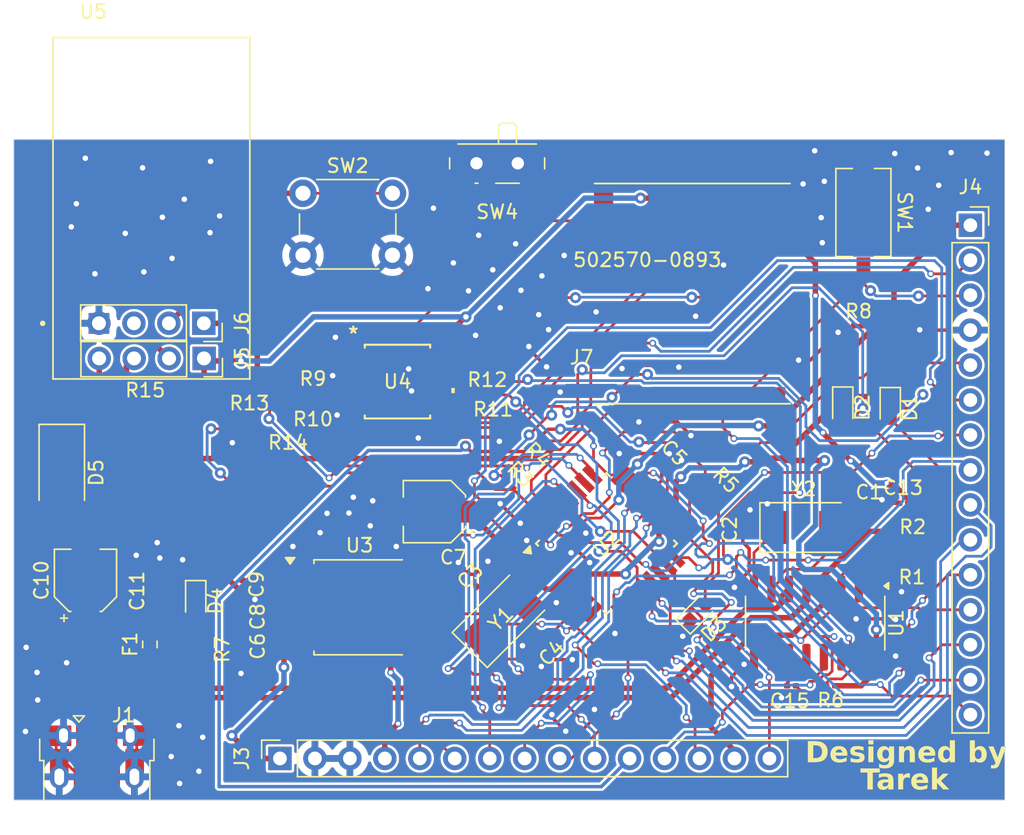
<source format=kicad_pcb>
(kicad_pcb (version 20240108) (generator "pcbnew") (generator_version "8.0")
  (layers (0 "F.Cu" signal) (31 "B.Cu" signal) (34 "B.Paste" user) (35 "F.Paste" user) (36 "B.SilkS" user "B.Silkscreen") (37 "F.SilkS" user "F.Silkscreen") (38 "B.Mask" user) (39 "F.Mask" user) (44 "Edge.Cuts" user))
  (net 0 "")
  (net 1 "Net-(U1-XI)")
  (net 2 "GND")
  (net 3 "Net-(U1-XO)")
  (net 4 "Net-(U2-XTAL1{slash}PB6)")
  (net 5 "Net-(U2-XTAL2{slash}PB7)")
  (net 6 "/AREF")
  (net 7 "5V")
  (net 8 "VUSB")
  (net 9 "3V3")
  (net 10 "RESET ")
  (net 11 "Net-(U1-~{DTR})")
  (net 12 "TX")
  (net 13 "RX")
  (net 14 "Net-(D3-A)")
  (net 15 "Net-(D4-A)")
  (net 16 "Net-(J1-VBUS)")
  (net 17 "/D+")
  (net 18 "/D-")
  (net 20 "/A5")
  (net 21 "/A0")
  (net 22 "/A4")
  (net 23 "VIN")
  (net 24 "/D13{slash}SCK")
  (net 25 "/A3")
  (net 26 "/A1")
  (net 27 "/A2")
  (net 28 "/A7")
  (net 29 "/A6")
  (net 30 "/D11{slash}MOSI")
  (net 31 "/D5")
  (net 32 "/D12{slash}MISO")
  (net 33 "/D1{slash}TX")
  (net 34 "/D6")
  (net 35 "/D7")
  (net 36 "/D0{slash}RX")
  (net 37 "/D10")
  (net 38 "/D2")
  (net 39 "/D8")
  (net 40 "/D9")
  (net 41 "/D4")
  (net 42 "/D3")
  (net 43 "/CH_PD ")
  (net 44 "/RST ")
  (net 45 "/GPIO2")
  (net 46 "/RXD esp ")
  (net 47 "/GPIO0 ")
  (net 48 "/DAT3{slash}CD")
  (net 49 "/CLK")
  (net 50 "/DAT2")
  (net 52 "/DAT1")
  (net 53 "/CMD")
  (net 54 "/DAT0")
  (net 56 "Net-(U1-TXD)")
  (net 57 "Net-(U1-RXD)")
  (net 58 "Net-(U4-1A)")
  (net 59 "Net-(U4-2A)")
  (net 60 "Net-(U4-3A)")
  (net 61 "Net-(U4-4A)")
  (footprint "Package_SO:SOIC-16_3.9x9.9mm_P1.27mm" (layer "F.Cu") (at 154.225 65.135 -90)
    (property "Reference" "U1")
    (property "Value" "CH340G" (hide yes))
  )
  (footprint "Capacitor_SMD:C_0201_0603Metric" (layer "F.Cu") (at 106.01 62.805 90)
    (property "Reference" "C11")
    (property "Value" "100nf" (hide yes))
  )
  (footprint "Resistor_SMD:R_0201_0603Metric" (layer "F.Cu") (at 105.55 49.27)
    (property "Reference" "R15")
    (property "Value" "10k" (hide yes))
  )
  (footprint "Capacitor_SMD:CP_Elec_4x5.8" (layer "F.Cu") (at 101.21 62.03 90)
    (property "Reference" "C10")
    (property "Value" "4.7uf" (hide yes))
  )
  (footprint "Button_Switch_SMD:SW_Tactile_SPST_NO_Straight_CK_PTS636Sx25SMTRLFS" (layer "F.Cu") (at 157.73 35.31 -90)
    (property "Reference" "SW1")
    (property "Value" "SW_Push" (hide yes))
  )
  (footprint "Connector_PinSocket_2.54mm:PinSocket_1x04_P2.54mm_Vertical" (layer "F.Cu") (at 109.83 45.91 -90)
    (property "Reference" "J5")
    (property "Value" "Conn_01x04_Socket" (hide yes))
  )
  (footprint "Resistor_SMD:R_0201_0603Metric" (layer "F.Cu") (at 134.8 52.31 -45)
    (property "Reference" "R4")
    (property "Value" "1k" (hide yes))
  )
  (footprint "Capacitor_SMD:C_0201_0603Metric" (layer "F.Cu") (at 148.97 58.33 -90)
    (property "Reference" "C2")
    (property "Value" "22pf" (hide yes))
  )
  (footprint "esp01:TSSOP14_SOT402-1_NEX" (layer "F.Cu") (at 123.87725 47.589999)
    (property "Reference" "U4")
    (property "Value" "74LVC125APW_118" (hide yes))
  )
  (footprint "Capacitor_SMD:C_0201_0603Metric" (layer "F.Cu") (at 152.505 69.69)
    (property "Reference" "C15")
    (property "Value" "100nf" (hide yes))
  )
  (footprint "Resistor_SMD:R_0201_0603Metric" (layer "F.Cu") (at 161.255 60.75 180)
    (property "Reference" "R1")
    (property "Value" "1k" (hide yes))
  )
  (footprint "Resistor_SMD:R_0201_0603Metric" (layer "F.Cu") (at 113.12 50.21)
    (property "Reference" "R13")
    (property "Value" "2k" (hide yes))
  )
  (footprint "Capacitor_SMD:CP_Elec_4x5.8" (layer "F.Cu") (at 126.56 57.04 180)
    (property "Reference" "C7")
    (property "Value" "4.7uf" (hide yes))
  )
  (footprint "Capacitor_SMD:C_0201_0603Metric" (layer "F.Cu") (at 158.1 56.86 -90)
    (property "Reference" "C1")
    (property "Value" "22pf" (hide yes))
  )
  (footprint "Capacitor_SMD:C_0201_0603Metric" (layer "F.Cu") (at 160.665 56.43 180)
    (property "Reference" "C13")
    (property "Value" "100nf" (hide yes))
  )
  (footprint "Resistor_SMD:R_0201_0603Metric" (layer "F.Cu") (at 132.05 55.07 -45)
    (property "Reference" "R3")
    (property "Value" "1k" (hide yes))
  )
  (footprint "LED_SMD:LED_0603_1608Metric" (layer "F.Cu") (at 156.23 49.4675 -90)
    (property "Reference" "D2")
    (property "Value" "LED" (hide yes))
  )
  (footprint "LED_SMD:LED_0603_1608Metric" (layer "F.Cu") (at 145.68 64.36 45)
    (property "Reference" "D3")
    (property "Value" "LED" (hide yes))
  )
  (footprint "sd:MOLEX_502570-0893" (layer "F.Cu") (at 145.3 41.2)
    (property "Reference" "J7")
    (property "Value" "502570-0893")
  )
  (footprint "Capacitor_SMD:C_0201_0603Metric" (layer "F.Cu") (at 134.4 66.69 45)
    (property "Reference" "C4")
    (property "Value" "22pf" (hide yes))
  )
  (footprint "Resistor_SMD:R_0201_0603Metric" (layer "F.Cu") (at 161.305 59.2)
    (property "Reference" "R2")
    (property "Value" "1k" (hide yes))
  )
  (footprint "Capacitor_SMD:C_0201_0603Metric" (layer "F.Cu") (at 143.256048 53.396048 -45)
    (property "Reference" "C5")
    (property "Value" "100nf" (hide yes))
  )
  (footprint "Capacitor_SMD:C_0201_0603Metric" (layer "F.Cu") (at 112.56 66.835 90)
    (property "Reference" "C6")
    (property "Value" "1uf" (hide yes))
  )
  (footprint "LED_SMD:LED_0603_1608Metric" (layer "F.Cu") (at 159.68 49.5075 -90)
    (property "Reference" "D1")
    (property "Value" "LED" (hide yes))
  )
  (footprint "Resistor_SMD:R_0201_0603Metric" (layer "F.Cu") (at 113.67 52.01)
    (property "Reference" "R14")
    (property "Value" "1k" (hide yes))
  )
  (footprint "LED_SMD:LED_0603_1608Metric" (layer "F.Cu") (at 109.22 63.5325 -90)
    (property "Reference" "D4")
    (property "Value" "LED" (hide yes))
  )
  (footprint "Connector_USB:USB_Micro-B_Amphenol_10103594-0001LF_Horizontal" (layer "F.Cu") (at 102.06 75.19)
    (property "Reference" "J1")
    (property "Value" "USB_B_Micro" (hide yes))
  )
  (footprint "Resistor_SMD:R_0201_0603Metric" (layer "F.Cu") (at 130.82 48.56 180)
    (property "Reference" "R11")
    (property "Value" "3.3k" (hide yes))
  )
  (footprint "Package_TO_SOT_SMD:TO-252-3_TabPin2" (layer "F.Cu") (at 121.12 63.99)
    (property "Reference" "U3")
    (property "Value" "LM1117DT-5.0" (hide yes))
  )
  (footprint "Capacitor_SMD:C_0201_0603Metric" (layer "F.Cu") (at 129.87 62.28 -135)
    (property "Reference" "C3")
    (property "Value" "22pf" (hide yes))
  )
  (footprint "Package_QFP:TQFP-32_7x7mm_P0.8mm" (layer "F.Cu") (at 139.064897 59.355305 45)
    (property "Reference" "U2")
    (property "Value" "ATmega328P-A" (hide yes))
  )
  (footprint "Connector_PinSocket_2.54mm:PinSocket_1x15_P2.54mm_Vertical" (layer "F.Cu") (at 165.5 36.23)
    (property "Reference" "J4")
    (property "Value" "Conn_01x15_Pin" (hide yes))
  )
  (footprint "Resistor_SMD:R_0201_0603Metric" (layer "F.Cu") (at 146.64 55.66 45)
    (property "Reference" "R5")
    (property "Value" "1k" (hide yes))
  )
  (footprint "Resistor_SMD:R_0201_0603Metric" (layer "F.Cu") (at 155.355 69.69 180)
    (property "Reference" "R6")
    (property "Value" "10k" (hide yes))
  )
  (footprint "Connector_PinSocket_2.54mm:PinSocket_1x04_P2.54mm_Vertical" (layer "F.Cu") (at 109.81 43.35 -90)
    (property "Reference" "J6")
    (property "Value" "Conn_01x04_Socket" (hide yes))
  )
  (footprint "Button_Switch_SMD:SW_SPDT_PCM12" (layer "F.Cu") (at 131.12 32.06 180)
    (property "Reference" "SW4")
    (property "Value" "SW_SPDT" (hide yes))
  )
  (footprint "Resistor_SMD:R_0201_0603Metric" (layer "F.Cu") (at 117.735 46.33 180)
    (property "Reference" "R9")
    (property "Value" "3.3k" (hide yes))
  )
  (footprint "Resistor_SMD:R_0201_0603Metric" (layer "F.Cu") (at 157.375 43.53)
    (property "Reference" "R8")
    (property "Value" "1k")
  )
  (footprint "Capacitor_SMD:C_0201_0603Metric" (layer "F.Cu") (at 112.52 64.6725 -90)
    (property "Reference" "C8")
    (property "Value" "1uf" (hide yes))
  )
  (footprint "Crystal:Crystal_SMD_Abracon_ABM3-2Pin_5.0x3.2mm" (layer "F.Cu") (at 131.39 64.83 45)
    (property "Reference" "Y1")
    (property "Value" "Crystal" (hide yes))
  )
  (footprint "esp01:MODULE_ESP-01" (layer "F.Cu") (at 106 35)
    (property "Reference" "U5")
    (property "Value" "ESP-01" (hide yes))
  )
  (footprint "Resistor_SMD:R_0201_0603Metric" (layer "F.Cu") (at 130.405 46.41 180)
    (property "Reference" "R12")
    (property "Value" "3.3k" (hide yes))
  )
  (footprint "Crystal:Crystal_SMD_Abracon_ABM3-2Pin_5.0x3.2mm" (layer "F.Cu") (at 153.41 58.19)
    (property "Reference" "Y2")
    (property "Value" "12Mhz" (hide yes))
  )
  (footprint "Resistor_SMD:R_0201_0603Metric" (layer "F.Cu") (at 110.1 67.05 -90)
    (property "Reference" "R7")
    (property "Value" "1k" (hide yes))
  )
  (footprint "Resistor_SMD:R_0603_1608Metric" (layer "F.Cu") (at 105.89 66.685 90)
    (property "Reference" "F1")
    (property "Value" "Fuse" (hide yes))
  )
  (footprint "Resistor_SMD:R_0201_0603Metric" (layer "F.Cu") (at 117.735 49.27 180)
    (property "Reference" "R10")
    (property "Value" "3.3k" (hide yes))
  )
  (footprint "Button_Switch_THT:SW_PUSH_6mm" (layer "F.Cu") (at 117.01 33.91)
    (property "Reference" "SW2")
    (property "Value" "SW_Push_Dual")
  )
  (footprint "Capacitor_SMD:C_0201_0603Metric" (layer "F.Cu") (at 112.59 62.325 -90)
    (property "Reference" "C9")
    (property "Value" "1uf" (hide yes))
  )
  (footprint "Connector_PinSocket_2.54mm:PinSocket_1x15_P2.54mm_Vertical" (layer "F.Cu") (at 115.34 74.97 90)
    (property "Reference" "J3")
    (property "Value" "Conn_01x15_Pin" (hide yes))
  )
  (footprint "Diode_SMD:D_SMA" (layer "F.Cu") (at 99.49 54.21 -90)
    (property "Reference" "D5")
    (property "Value" "SS13" (hide yes))
  )
  (gr_line (start 97 78) (end 168 78) (stroke (width 0.05)) (layer "Edge.Cuts"))
  (gr_line (start 98 30) (end 96 30) (stroke (width 0.05)) (layer "Edge.Cuts"))
  (gr_line (start 96 30) (end 96 78) (stroke (width 0.05)) (layer "Edge.Cuts"))
  (gr_line (start 168 78) (end 168 30) (stroke (width 0.05)) (layer "Edge.Cuts"))
  (gr_line (start 96 78) (end 97 78) (stroke (width 0.05)) (layer "Edge.Cuts"))
  (gr_line (start 168 30) (end 98 30) (stroke (width 0.05)) (layer "Edge.Cuts"))
  (gr_text "Tarek \n\n" (at 157.5 80 0) (layer "F.SilkS") (effects (font (size 1.5 1.5) (thickness 0.3) (bold yes)) (justify left bottom)))
  (gr_text "Designed by " (at 153.5 75.5 0) (layer "F.SilkS") (effects (font (size 1.5 1.5) (thickness 0.3) (bold yes)) (justify left bottom)))
  (segment (start 157.11 56.54) (end 155.46 58.19) (width 0.2) (layer "F.Cu") (net 1))
  (segment (start 153.9 61.23) (end 155.46 59.67) (width 0.2) (layer "F.Cu") (net 1))
  (segment (start 151.72 61.644448) (end 152.134448 61.23) (width 0.2) (layer "F.Cu") (net 1))
  (segment (start 158.1 56.54) (end 157.11 56.54) (width 0.2) (layer "F.Cu") (net 1))
  (segment (start 155.46 59.67) (end 155.46 58.19) (width 0.2) (layer "F.Cu") (net 1))
  (segment (start 151.05 62.66) (end 151.72 61.99) (width 0.2) (layer "F.Cu") (net 1))
  (segment (start 151.72 61.99) (end 151.72 61.644448) (width 0.2) (layer "F.Cu") (net 1))
  (segment (start 152.134448 61.23) (end 153.9 61.23) (width 0.2) (layer "F.Cu") (net 1))
  (segment (start 116.08 59.77) (end 116.28 59.57) (width 0.25) (layer "F.Cu") (net 2))
  (segment (start 112.51 68.79) (end 112.51 67.205) (width 0.25) (layer "F.Cu") (net 2))
  (segment (start 120.639998 45.639998) (end 119.37 44.37) (width 0.25) (layer "F.Cu") (net 2))
  (segment (start 104.88 60.23) (end 101.21 60.23) (width 0.25) (layer "F.Cu") (net 2))
  (segment (start 106.01 61.01) (end 106.61 60.41) (width 0.25) (layer "F.Cu") (net 2))
  (segment (start 161.84 43.85) (end 161.82 43.83) (width 0.25) (layer "F.Cu") (net 2))
  (segment (start 144.21 50.52) (end 145.2 51.51) (width 0.25) (layer "F.Cu") (net 2))
  (segment (start 130.975 51.625) (end 131.28 51.93) (width 0.25) (layer "F.Cu") (net 2))
  (segment (start 140.415 46.415) (end 140.19 46.64) (width 0.25) (layer "F.Cu") (net 2))
  (segment (start 160.345 56.43) (end 159.34 56.43) (width 0.25) (layer "F.Cu") (net 2))
  (segment (start 136.342536 62.643352) (end 136.342536 62.727464) (width 0.25) (layer "F.Cu") (net 2))
  (segment (start 119.49 50.02) (end 120.444498 50.02) (width 0.25) (layer "F.Cu") (net 2))
  (segment (start 148.15 69.04) (end 149.06 68.13) (width 0.25) (layer "F.Cu") (net 2))
  (segment (start 165.5 43.85) (end 161.84 43.85) (width 0.25) (layer "F.Cu") (net 2))
  (segment (start 120.9245 47.589999) (end 119.599999 47.589999) (width 0.25) (layer "F.Cu") (net 2))
  (segment (start 142.888353 53.792753) (end 143.075 53.9794) (width 0.25) (layer "F.Cu") (net 2))
  (segment (start 144.1 53.31) (end 143.62 52.83) (width 0.25) (layer "F.Cu") (net 2))
  (segment (start 134.83 67.79) (end 134.33 68.29) (width 0.25) (layer "F.Cu") (net 2))
  (segment (start 144.51 53.31) (end 144.1 53.31) (width 0.25) (layer "F.Cu") (net 2))
  (segment (start 142.68 52.82) (end 139.99 52.82) (width 0.25) (layer "F.Cu") (net 2))
  (segment (start 136.342536 62.727464) (end 135.42 63.65) (width 0.25) (layer "F.Cu") (net 2))
  (segment (start 132.76 57.88) (end 131.34 56.46) (width 0.25) (layer "F.Cu") (net 2))
  (segment (start 136.49 60.03) (end 137.13 60.03) (width 0.25) (layer "F.Cu") (net 2))
  (segment (start 160.01 31.02) (end 158.145 31.02) (width 0.25) (layer "F.Cu") (net 2))
  (segment (start 106.01 62.485) (end 106.01 61.01) (width 0.25) (layer "F.Cu") (net 2))
  (segment (start 148.36 62.429092) (end 148.36 62.54) (width 0.25) (layer "F.Cu") (net 2))
  (segment (start 101.075 76.575) (end 99.875 75.375) (width 0.2) (layer "F.Cu") (net 2))
  (segment (start 143.029774 53.169774) (end 142.68 52.82) (width 0.25) (layer "F.Cu") (net 2))
  (segment (start 159.08 56.399999) (end 159.08 56.17) (width 0.25) (layer "F.Cu") (net 2))
  (segment (start 104.935 73.305) (end 104.935 74.525) (width 0.2) (layer "F.Cu") (net 2))
  (segment (start 158.299999 57.18) (end 159.08 56.399999) (width 0.25) (layer "F.Cu") (net 2))
  (segment (start 129.55 44.524849) (end 129.55 44.23) (width 0.25) (layer "F.Cu") (net 2))
  (segment (start 109.22 62.745) (end 109.22 61.48) (width 0.25) (layer "F.Cu") (net 2))
  (segment (start 133.42 45.04) (end 133.42 45.23) (width 0.25) (layer "F.Cu") (net 2))
  (segment (start 143.029774 53.169774) (end 142.888353 53.311195) (width 0.25) (layer "F.Cu") (net 2))
  (segment (start 112.51 67.205) (end 112.56 67.155) (width 0.25) (layer "F.Cu") (net 2))
  (segment (start 153.87 46.03) (end 153.02 46.03) (width 0.25) (layer "F.Cu") (net 2))
  (segment (start 134.484853 66.322305) (end 133.417695 66.322305) (width 0.25) (layer "F.Cu") (net 2))
  (segment (start 148.770001 58.65) (end 148.445 58.324999) (width 0.25) (layer "F.Cu") (net 2))
  (segment (start 113.99 52.203812) (end 113.658812 52.535) (width 0.25) (layer "F.Cu") (net 2))
  (segment (start 149.428 59.718) (end 149.428 61.361092) (width 0.25) (layer "F.Cu") (net 2))
  (segment (start 144.32 46.54) (end 144.195 46.415) (width 0.25) (layer "F.Cu") (net 2))
  (segment (start 148.1 38.59) (end 148.1 37) (width 0.25) (layer "F.Cu") (net 2))
  (segment (start 103.455 73.305) (end 103.335 73.425) (width 0.2) (layer "F.Cu") (net 2))
  (segment (start 136.1 72.99) (end 135.1 71.99) (width 0.25) (layer "F.Cu") (net 2))
  (segment (start 135.211165 61.308835) (end 136.49 60.03) (width 0.25) (layer "F.Cu") (net 2))
  (segment (start 134.626274 66.463726) (end 134.484853 66.322305) (width 0.25) (layer "F.Cu") (net 2))
  (segment (start 119.599999 47.589999) (end 119.17 47.16) (width 0.25) (layer "F.Cu") (net 2))
  (segment (start 148.97 59.26) (end 149.428 59.718) (width 0.25) (layer "F.Cu") (net 2))
  (segment (start 129.157695 61.587695) (end 128.3 60.73) (width 0.25) (layer "F.Cu") (net 2))
  (segment (start 143.029774 53.169774) (end 143.369548 52.83) (width 0.25) (layer "F.Cu") (net 2))
  (segment (start 143.075 53.9794) (end 143.075 54.779516) (width 0.25) (layer "F.Cu") (net 2))
  (segment (start 137.2256 72.99) (end 136.1 72.99) (width 0.25) (layer "F.Cu") (net 2))
  (segment (start 126.83 46.289999) (end 127.78485 46.289999) (width 0.25) (layer "F.Cu") (net 2))
  (segment (start 158.67 62.66) (end 160.3 62.66) (width 0.25) (layer "F.Cu") (net 2))
  (segment (start 127.78485 46.289999) (end 129.55 44.524849) (width 0.25) (layer "F.Cu") (net 2))
  (segment (start 136.58 67.79) (end 134.83 67.79) (width 0.25) (layer "F.Cu") (net 2))
  (segment (start 157.055 43.53) (end 157.695 43.53) (width 0.25) (layer "F.Cu") (net 2))
  (segment (start 135.211165 61.511981) (end 135.211165 61.308835) (width 0.25) (layer "F.Cu") (net 2))
  (segment (start 102.995 76.575) (end 101.075 76.575) (width 0.2) (layer "F.Cu") (net 2))
  (segment (start 120.444498 50.02) (end 120.9245 49.539998) (width 0.25) (layer "F.Cu") (net 2))
  (segment (start 142.888353 53.311195) (end 142.888353 53.792753) (width 0.25) (layer "F.Cu") (net 2))
  (segment (start 99.085 73.425) (end 99.185 73.325) (width 0.2) (layer "F.Cu") (net 2))
  (segment (start 148.97 58.65) (end 148.770001 58.65) (width 0.25) (layer "F.Cu") (net 2))
  (segment (start 112.5875 64.3525) (end 113.52 63.42) (width 0.25) (layer "F.Cu") (net 2))
  (segment (start 99.085 74.625) (end 99.085 73.425) (width 0.2) (layer "F.Cu") (net 2))
  (segment (start 138.19 72.0256) (end 137.2256 72.99) (width 0.25) (layer "F.Cu") (net 2))
  (segment (start 144.6 66.09) (end 144.6 65.44) (width 0.25) (layer "F.Cu") (net 2))
  (segment (start 148.445 57.701188) (end 149.236188 56.91) (width 0.25) (layer "F.Cu") (net 2))
  (segment (start 132.8 57.88) (end 132.76 57.88) (width 0.25) (layer "F.Cu") (net 2))
  (segment (start 122.93 57.04) (end 124.76 57.04) (width 0.25) (layer "F.Cu") (net 2))
  (segment (start 113.99 52.01) (end 113.99 52.203812) (width 0.25) (layer "F.Cu") (net 2))
  (segment (start 143.075 54.779516) (end 141.787258 56.067258) (width 0.25) (layer "F.Cu") (net 2))
  (segment (start 125.070001 46.289999) (end 124.69 46.67) (width 0.25) (layer "F.Cu") (net 2))
  (segment (start 113.658812 52.535) (end 112.385 52.535) (width 0.25) (layer "F.Cu") (net 2))
  (segment (start 155.89 44.01) (end 153.87 46.03) (width 0.25) (layer "F.Cu") (net 2))
  (segment (start 149.428 61.361092) (end 148.36 62.429092) (width 0.25) (layer "F.Cu") (net 2))
  (segment (start 129.643726 62.506274) (end 129.502305 62.364853) (width 0.25) (layer "F.Cu") (net 2))
  (segment (start 121.9 58.07) (end 122.93 57.04) (width 0.25) (layer "F.Cu") (net 2))
  (segment (start 129.502305 62.364853) (end 129.502305 61.587695) (width 0.25) (layer "F.Cu") (net 2))
  (segment (start 129.502305 61.587695) (end 129.157695 61.587695) (width 0.25) (layer "F.Cu") (net 2))
  (segment (start 120.9245 45.639998) (end 120.639998 45.639998) (width 0.25) (layer "F.Cu") (net 2))
  (segment (start 127.37 34.99) (end 128.87 33.49) (width 0.25) (layer "F.Cu") (net 2))
  (segment (start 160.3 62.66) (end 160.5 62.86) (width 0.25) (layer "F.Cu") (net 2))
  (segment (start 147.57 39.12) (end 148.1 38.59) (width 0.25) (layer "F.Cu") (net 2))
  (segment (start 126.83 48.24) (end 124.93 48.24) (width 0.25) (layer "F.Cu") (net 2))
  (segment (start 158.145 31.02) (end 157.73 31.435) (width 0.25) (layer "F.Cu") (net 2))
  (segment (start 109.22 61.48) (end 108.27 60.53) (width 0.25) (layer "F.Cu") (net 2))
  (segment (start 137.13 60.03) (end 137.84 60.74) (width 0.25) (layer "F.Cu") (net 2))
  (segment (start 104.935 73.305) (end 103.455 73.305) (width 0.2) (layer "F.Cu") (net 2))
  (segment (start 148.445 58.324999) (end 148.445 57.701188) (width 0.25) (layer "F.Cu") (net 2))
  (segment (start 149.236188 56.91) (end 149.49 56.91) (width 0.25) (layer "F.Cu") (net 2))
  (segment (start 143.369548 52.83) (end 143.62 52.83) (width 0.25) (layer "F.Cu") (net 2))
  (segment (start 126.49 34.99) (end 127.37 34.99) (width 0.25) (layer "F.Cu") (net 2))
  (segment (start 148.97 58.65) (end 148.97 59.26) (width 0.25) (layer "F.Cu") (net 2))
  (segment (start 133.42 45.23) (end 134.71 46.52) (width 0.25) (layer "F.Cu") (net 2))
  (segment (start 144.195 46.415) (end 140.415 46.415) (width 0.25) (layer "F.Cu") (net 2))
  (segment (start 155.89 44.01) (end 156.575 44.01) (width 0.25) (layer "F.Cu") (net 2))
  (segment (start 123.79 58.01) (end 124.76 57.04) (width 0.25) (layer "F.Cu") (net 2))
  (segment (start 133.417695 66.322305) (end 132.96 66.78) (width 0.25) (layer "F.Cu") (net 2))
  (segment (start 157.2 64.83) (end 160.03 64.83) (width 0.25) (layer "F.Cu") (net 2))
  (segment (start 156.575 44.01) (end 157.055 43.53) (width 0.25) (layer "F.Cu") (net 2))
  (segment (start 149.49 56.91) (end 149.93 56.47) (width 0.25) (layer "F.Cu") (net 2))
  (segment (start 129.502305 61.587695) (end 130.45 60.64) (width 0.25) (layer "F.Cu") (net 2))
  (segment (start 158.1 57.18) (end 158.299999 57.18) (width 0.25) (layer "F.Cu") (net 2))
  (segment (start 126.83 46.289999) (end 125.070001 46.289999) (width 0.25) (layer "F.Cu") (net 2))
  (segment (start 116.08 61.71) (end 116.08 59.77) (width 0.25) (layer "F.Cu") (net 2))
  (segment (start 112.52 64.3525) (end 112.5875 64.3525) (width 0.25) (layer "F.Cu") (net 2))
  (segment (start 148.15 69.75) (end 148.15 69.04) (width 0.25) (layer "F.Cu") (net 2))
  (segment (start 99.875 75.375) (end 99.305 75.375) (width 0.2) (layer "F.Cu") (net 2))
  (segment (start 125.455 51.625) (end 130.975 51.625) (width 0.25) (layer "F.Cu") (net 2))
  (segment (start 159.34 56.43) (end 159.08 56.17) (width 0.25) (layer "F.Cu") (net 2))
  (segment (start 112.59 62.005) (end 115.785 62.005) (width 0.25) (layer "F.Cu") (net 2))
  (segment (start 160.03 64.83) (end 160.07 64.87) (width 0.25) (layer "F.Cu") (net 2))
  (segment (start 149.93 56.47) (end 150.75 56.47) (width 0.25) (layer "F.Cu") (net 2))
  (segment (start 144.6 65.44) (end 145.123153 64.916847) (width 0.25) (layer "F.Cu") (net 2))
  (segment (start 112.385 52.535) (end 111.88 52.03) (width 0.25) (layer "F.Cu") (net 2))
  (segment (start 125.39 51.69) (end 125.455 51.625) (width 0.25) (layer "F.Cu") (net 2))
  (segment (start 135.1 71.99) (end 135.1 71.78) (width 0.25) (layer "F.Cu") (net 2))
  (segment (start 141.42 50.52) (end 144.21 50.52) (width 0.25) (layer "F.Cu") (net 2))
  (segment (start 104.935 74.525) (end 105.035 74.625) (width 0.2) (layer "F.Cu") (net 2))
  (segment (start 115.785 62.005) (end 116.08 61.71) (width 0.25) (layer "F.Cu") (net 2))
  (segment (start 124.93 48.24) (end 124.9 48.27) (width 0.25) (layer "F.Cu") (net 2))
  (segment (start 104.9 60.21) (end 104.88 60.23) (width 0.25) (layer "F.Cu") (net 2))
  (segment (start 123.79 59.57) (end 123.79 58.01) (width 0.25) (layer "F.Cu") (net 2))
  (segment (start 138.19 71.41) (end 138.19 72.0256) (width 0.25) (layer "F.Cu") (net 2))
  (via (at 154.89 33.04) (size 0.8) (drill 0.4) (layers "F.Cu" "B.Cu") (net 2))
  (via (at 141.42 50.52) (size 0.8) (drill 0.4) (layers "F.Cu" "B.Cu") (net 2))
  (via (at 153.02 46.03) (size 0.8) (drill 0.4) (layers "F.Cu" "B.Cu") (net 2))
  (via (at 155.89 44.01) (size 0.8) (drill 0.4) (layers "F.Cu" "B.Cu") (net 2))
  (via (at 135.1 71.78) (size 0.8) (drill 0.4) (layers "F.Cu" "B.Cu") (net 2))
  (via (at 97.69 68.72) (size 0.8) (drill 0.4) (layers "F.Cu" "B.Cu") (net 2))
  (via (at 108.27 60.53) (size 0.8) (drill 0.4) (layers "F.Cu" "B.Cu") (net 2))
  (via (at 132.8 57.88) (size 0.8) (drill 0.4) (layers "F.Cu" "B.Cu") (net 2))
  (via (at 136.49 60.03) (size 0.8) (drill 0.4) (layers "F.Cu" "B.Cu") (net 2))
  (via (at 134.86 43.82) (size 0.8) (drill 0.4) (layers "F.Cu" "B.Cu") (net 2))
  (via (at 105.36 32.06) (size 0.8) (drill 0.4) (layers "F.Cu" "B.Cu") (net 2))
  (via (at 134.14 42.73) (size 0.8) (drill 0.4) (layers "F.Cu" "B.Cu") (net 2))
  (via (at 104.9 60.21) (size 0.8) (drill 0.4) (layers "F.Cu" "B.Cu") (net 2))
  (via (at 138.31 42.53) (size 0.8) (drill 0.4) (layers "F.Cu" "B.Cu") (net 2))
  (via (at 150.75 56.47) (size 0.8) (drill 0.4) (layers "F.Cu" "B.Cu") (net 2))
  (via (at 120.67 55.99) (size 0.8) (drill 0.4) (layers "F.Cu" "B.Cu") (net 2))
  (via (at 134.33 68.29) (size 0.8) (drill 0.4) (layers "F.Cu" "B.Cu") (net 2))
  (via (at 134.71 46.52) (size 0.8) (drill 0.4) (layers "F.Cu" "B.Cu") (net 2))
  (via (at 164.1 30.95) (size 0.8) (drill 0.4) (layers "F.Cu" "B.Cu") (net 2))
  (via (at 131.34 42.23) (size 0.8) (drill 0.4) (layers "F.Cu" "B.Cu") (net 2))
  (via (at 124.9 48.27) (size 0.8) (drill 0.4) (layers "F.Cu" "B.Cu") (net 2))
  (via (at 108.39 34.34) (size 0.8) (drill 0.4) (layers "F.Cu" "B.Cu") (net 2))
  (via (at 159.08 56.17) (size 0.8) (drill 0.4) (layers "F.Cu" "B.Cu") (net 2))
  (via (at 135.42 63.65) (size 0.8) (drill 0.4) (layers "F.Cu" "B.Cu") (net 2))
  (via (at 145.54 42.84) (size 0.8) (drill 0.4) (layers "F.Cu" "B.Cu") (net 2))
  (via (at 107.44 74.83) (size 0.8) (drill 0.4) (layers "F.Cu" "B.Cu") (net 2))
  (via (at 131.34 56.46) (size 0.8) (drill 0.4) (layers "F.Cu" "B.Cu") (net 2))
  (via (at 154.19 30.82) (size 0.8) (drill 0.4) (layers "F.Cu" "B.Cu") (net 2))
  (via (at 143.62 52.83) (size 0.8) (drill 0.4) (layers "F.Cu" "B.Cu") (net 2))
  (via (at 130.8 39.47) (size 0.8) (drill 0.4) (layers "F.Cu" "B.Cu") (net 2))
  (via (at 129.04 41) (size 0.8) (drill 0.4) (layers "F.Cu" "B.Cu") (net 2))
  (via (at 106.8 35.65) (size 0.8) (drill 0.4) (layers "F.Cu" "B.Cu") (net 2))
  (via (at 110.3 31.59) (size 0.8) (drill 0.4) (layers "F.Cu" "B.Cu") (net 2))
  (via (at 101.9 39.76) (size 0.8) (drill 0.4) (layers "F.Cu" "B.Cu") (net 2))
  (via (at 101.2 31.36) (size 0.8) (drill 0.4) (layers "F.Cu" "B.Cu") (net 2))
  (via (at 110.26 36.77) (size 0.8) (drill 0.4) (layers "F.Cu" "B.Cu") (net 2))
  (via (at 136.58 67.79) (size 0.8) (drill 0.4) (layers "F.Cu" "B.Cu") (net 2))
  (via (at 129.78 36.96) (size 0.8) (drill 0.4) (layers "F.Cu" "B.Cu") (net 2))
  (via (at 97.74 70.72) (size 0.8) (drill 0.4) (layers "F.Cu" "B.Cu") (net 2))
  (via (at 162.44 35.07) (size 0.8) (drill 0.4) (layers "F.Cu" "B.Cu") (net 2))
  (via (at 107.502944 38.637002) (size 0.8) (drill 0.4) (layers "F.Cu" "B.Cu") (net 2))
  (via (at 109.73 73.43) (size 0.8) (drill 0.4) (layers "F.Cu" "B.Cu") (net 2))
  (via (at 135.7 48.35) (size 0.8) (drill 0.4) (layers "F.Cu" "B.Cu") (net 2))
  (via (at 137.84 60.74) (size 0.8) (drill 0.4) (layers "F.Cu" "B.Cu") (net 2))
  (via (at 144.6 66.09) (size 0.8) (drill 0.4) (layers "F.Cu" "B.Cu") (net 2))
  (via (at 128.3 60.73) (size 0.8) (drill 0.4) (layers "F.Cu" "B.Cu") (net 2))
  (via (at 139.68 65.89) (size 0.8) (drill 0.4) (layers "F.Cu" "B.Cu") (net 2))
  (via (at 149.06 68.13) (size 0.8) (drill 0.4) (layers "F.Cu" "B.Cu") (net 2))
  (via (at 105.45 39.62) (size 0.8) (drill 0.4) (layers "F.Cu" "B.Cu") (net 2))
  (via (at 147.57 39.12) (size 0.8) (drill 0.4) (layers "F.Cu" "B.Cu") (net 2))
  (via (at 154.74 37.5) (size 0.8) (drill 0.4) (layers "F.Cu" "B.Cu") (net 2))
  (via (at 161.67 32.07) (size 0.8) (drill 0.4) (layers "F.Cu" "B.Cu") (net 2))
  (via (at 144.51 53.31) (size 0.8) (drill 0.4) (layers "F.Cu" "B.Cu") (net 2))
  (via (at 132.96 66.78) (size 0.8) (drill 0.4) (layers "F.Cu" "B.Cu") (net 2))
  (via (at 100.18 36.35) (size 0.8) (drill 0.4) (layers "F.Cu" "B.Cu") (net 2))
  (via (at 119.49 50.02) (size 0.8) (drill 0.4) (layers "F.Cu" "B.Cu") (net 2))
  (via (at 126.09 40.84) (size 0.8) (drill 0.4) (layers "F.Cu" "B.Cu") (net 2))
  (via (at 123.79 59.57) (size 0.8) (drill 0.4) (layers "F.Cu" "B.Cu") (net 2))
  (via (at 121.9 58.07) (size 0.8) (drill 0.4) (layers "F.Cu" "B.Cu") (net 2))
  (via (at 139.99 52.82) (size 0.8) (drill 0.4) (layers "F.Cu" "B.Cu") (net 2))
  (via (at 120.35 57.14) (size 0.8) (drill 0.4) (layers "F.Cu" "B.Cu") (net 2))
  (via (at 125.39 51.69) (size 0.8) (drill 0.4) (layers "F.Cu" "B.Cu") (net 2))
  (via (at 106.61 60.41) (size 0.8) (drill 0.4) (layers "F.Cu" "B.Cu") (net 2))
  (via (at 160.5 62.86) (size 0.8) (drill 0.4) (layers "F.Cu" "B.Cu") (net 2))
  (via (at 124.69 46.67) (size 0.8) (drill 0.4) (layers "F.Cu" "B.Cu") (net 2))
  (via (at 131.28 51.93) (size 0.8) (drill 0.4) (layers "F.Cu" "B.Cu") (net 2))
  (via (at 119.37 44.37) (size 0.8) (drill 0.4) (layers "F.Cu" "B.Cu") (net 2))
  (via (at 116.28 59.57) (size 0.8) (drill 0.4) (layers "F.Cu" "B.Cu") (net 2))
  (via (at 118.76 57.16) (size 0.8) (drill 0.4) (layers "F.Cu" "B.Cu") (net 2))
  (via (at 100.55 34.67) (size 0.8) (drill 0.4) (layers "F.Cu" "B.Cu") (net 2))
  (via (at 138.19 71.41) (size 0.8) (drill 0.4) (layers "F.Cu" "B.Cu") (net 2))
  (via (at 108 72.59) (size 0.8) (drill 0.4) (layers "F.Cu" "B.Cu") (net 2))
  (via (at 151.78 70.56) (size 0.8) (drill 0.4) (layers "F.Cu" "B.Cu") (net 2))
  (via (at 134.37 39.91) (size 0.8) (drill 0.4) (layers "F.Cu" "B.Cu") (net 2))
  (via (at 130.45 60.64) (size 0.8) (drill 0.4) (layers "F.Cu" "B.Cu") (net 2))
  (via (at 157.2 64.83) (size 0.8) (drill 0.4) (layers "F.Cu" "B.Cu") (net 2))
  (via (at 132.46 37.58) (size 0.8) (drill 0.4) (layers "F.Cu" "B.Cu") (net 2))
  (via (at 160.07 64.87) (size 0.8) (drill 0.4) (layers "F.Cu" "B.Cu") (net 2))
  (via (at 113.52 63.42) (size 0.8) (drill 0.4) (layers "F.Cu" "B.Cu") (net 2))
  (via (at 144.32 46.54) (size 0.8) (drill 0.4) (layers "F.Cu" "B.Cu") (net 2))
  (via (at 148.15 69.75) (size 0.8) (drill 0.4) (layers "F.Cu" "B.Cu") (net 2))
  (via (at 140.19 46.64) (size 0.8) (drill 0.4) (layers "F.Cu" "B.Cu") (net 2))
  (via (at 148.36 62.54) (size 0.8) (drill 0.4) (layers "F.Cu" "B.Cu") (net 2))
  (via (at 133.42 45.04) (size 0.8) (drill 0.4) (layers "F.Cu" "B.Cu") (net 2))
  (via (at 118.257594 58.568134) (size 0.8) (drill 0.4) (layers "F.Cu" "B.Cu") (net 2))
  (via (at 112.51 68.79) (size 0.8) (drill 0.4) (layers "F.Cu" "B.Cu") (net 2))
  (via (at 160.01 31.02) (size 0.8) (drill 0.4) (layers "F.Cu" "B.Cu") (net 2))
  (via (at 129.55 44.23) (size 0.8) (drill 0.4) (layers "F.Cu" "B.Cu") (net 2))
  (via (at 166.71 30.99) (size 0.8) (drill 0.4) (layers "F.Cu" "B.Cu") (net 2))
  (via (at 111.88 52.03) (size 0.8) (drill 0.4) (layers "F.Cu" "B.Cu") (net 2))
  (via (at 106.42 59.29) (size 0.8) (drill 0.4) (layers "F.Cu" "B.Cu") (net 2))
  (via (at 154.66 35.68) (size 0.8) (drill 0.4) (layers "F.Cu" "B.Cu") (net 2))
  (via (at 136.1 72.99) (size 0.8) (drill 0.4) (layers "F.Cu" "B.Cu") (net 2))
  (via (at 163.2 33.33) (size 0.8) (drill 0.4) (layers "F.Cu" "B.Cu") (net 2))
  (via (at 135.99 38.43) (size 0.8) (drill 0.4) (layers "F.Cu" "B.Cu") (net 2))
  (via (at 99.84 68.02) (size 0.8) (drill 0.4) (layers "F.Cu" "B.Cu") (net 2))
  (via (at 127.94 38.97) (size 0.8) (drill 0.4) (layers "F.Cu" "B.Cu") (net 2))
  (via (at 153.35 33.23) (size 0.8) (drill 0.4) (layers "F.Cu" "B.Cu") (net 2))
  (via (at 145.2 51.51) (size 0.8) (drill 0.4) (layers "F.Cu" "B.Cu") (net 2))
  (via (at 137.56 58.6) (size 0.8) (drill 0.4) (layers "F.Cu" "B.Cu") (net 2))
  (via (at 149.49 56.91) (size 0.8) (drill 0.4) (layers "F.Cu" "B.Cu") (net 2))
  (via (at 96.9 66.9) (size 0.8) (drill 0.4) (layers "F.Cu" "B.Cu") (net 2))
  (via (at 96.85 73.01) (size 0.8) (drill 0.4) (layers "F.Cu" "B.Cu") (net 2))
  (via (at 119.17 47.16) (size 0.8) (drill 0.4) (layers "F.Cu" "B.Cu") (net 2))
  (via (at 108.05 76.79) (size 0.8) (drill 0.4) (layers "F.Cu" "B.Cu") (net 2))
  (via (at 110.956604 35.55671) (size 0.8) (drill 0.4) (layers "F.Cu" "B.Cu") (net 2))
  (via (at 161.82 43.83) (size 0.8) (drill 0.4) (layers "F.Cu" "B.Cu") (net 2))
  (via (at 104.1 36.82) (size 0.8) (drill 0.4) (layers "F.Cu" "B.Cu") (net 2))
  (via (at 126.49 34.99) (size 0.8) (drill 0.4) (layers "F.Cu" "B.Cu") (net 2))
  (via (at 132.85 40.96) (size 0.8) (drill 0.4) (layers "F.Cu" "B.Cu") (net 2))
  (via (at 109.45 75.9) (size 0.8) (drill 0.4) (layers "F.Cu" "B.Cu") (net 2))
  (via (at 160.07 67.53) (size 0.8) (drill 0.4) (layers "F.Cu" "B.Cu") (net 2))
  (via (at 122.08 56.25) (size 0.8) (drill 0.4) (layers "F.Cu" "B.Cu") (net 2))
  (via (at 133.27 59.13) (size 0.8) (drill 0.4) (layers "F.Cu" "B.Cu") (net 2))
  (segment (start 150.8006 53.585) (end 149.885 53.585) (width 0.25) (layer "B.Cu") (net 2))
  (segment (start 160.07 64.87) (end 160.07 63.29) (width 0.25) (layer "B.Cu") (net 2))
  (segment (start 149.34 69.5656) (end 149.34 69.3) (width 0.25) (layer "B.Cu") (net 2))
  (segment (start 144.2 65.69) (end 144.6 66.09) (width 0.25) (layer "B.Cu") (net 2))
  (segment (start 150.75 54.8456) (end 151.0428 54.5528) (width 0.25) (layer "B.Cu") (net 2))
  (segment (start 151.0428 54.5528) (end 151.155 54.4406) (width 0.25) (layer "B.Cu") (net 2))
  (segment (start 151.78 70.56) (end 150.3344 70.56) (width 0.25) (layer "B.Cu") (net 2))
  (segment (start 150.3344 70.56) (end 149.34 69.5656) (width 0.25) (layer "B.Cu") (net 2))
  (segment (start 119.49 50.02) (end 121.16 51.69) (width 0.25) (layer "B.Cu") (net 2))
  (segment (start 121.16 51.69) (end 125.39 51.69) (width 0.25) (layer "B.Cu") (net 2))
  (segment (start 124.88 60.66) (end 123.79 59.57) (width 0.25) (layer "B.Cu") (net 2))
  (segment (start 144.935 65.755) (end 144.6 66.09) (width 0.25) (layer "B.Cu") (net 2))
  (segment (start 149.06 68.13) (end 148.562196 68.13) (width 0.25) (layer "B.Cu") (net 2))
  (segment (start 136.17 47.88) (end 139.73 47.88) (width 0.25) (layer "B.Cu") (net 2))
  (segment (start 146.187196 65.755) (end 144.935 65.755) (width 0.25) (layer "B.Cu") (net 2))
  (segment (start 148.315 55.155) (end 144.185 55.155) (width 0.25) (layer "B.Cu") (net 2))
  (segment (start 149.06 68.13) (end 149.06 69.02) (width 0.25) (layer "B.Cu") (net 2))
  (segment (start 135.7 48.35) (end 136.17 47.88) (width 0.25) (layer "B.Cu") (net 2))
  (segment (start 132.8 58.29) (end 132.8 57.88) (width 0.25) (layer "B.Cu") (net 2))
  (segment (start 140.55 49.65) (end 141.42 50.52) (width 0.25) (layer "B.Cu") (net 2))
  (segment (start 149.06 69.02) (end 149.34 69.3) (width 0.25) (layer "B.Cu") (net 2))
  (segment (start 143.805 54.775) (end 143.805 54.015) (width 0.25) (layer "B.Cu") (net 2))
  (segment (start 143.88 52.83) (end 145.2 51.51) (width 0.25) (layer "B.Cu") (net 2))
  (segment (start 139.73 47.88) (end 140.55 48.7) (width 0.25) (layer "B.Cu") (net 2))
  (segment (start 139.68 65.89) (end 139.88 65.69) (width 0.25) (layer "B.Cu") (net 2))
  (segment (start 129.55 44.23) (end 132.61 44.23) (width 0.25) (layer "B.Cu") (net 2))
  (segment (start 148.562196 68.13) (end 146.187196 65.755) (width 0.25) (layer "B.Cu") (net 2))
  (segment (start 136.49 59.67) (end 137.56 58.6) (width 0.25) (layer "B.Cu") (net 2))
  (segment (start 149.885 53.585) (end 148.315 55.155) (width 0.25) (layer "B.Cu") (net 2))
  (segment (start 150.75 56.47) (end 150.75 54.8456) (width 0.25) (layer "B.Cu") (net 2))
  (segment (start 143.62 52.83) (end 143.88 52.83) (width 0.25) (layer "B.Cu") (net 2))
  (segment (start 130.45 60.64) (end 132.8 58.29) (width 0.25) (layer "B.Cu") (net 2))
  (segment (start 151.155 53.9394) (end 150.8006 53.585) (width 0.25) (layer "B.Cu") (net 2))
  (segment (start 140.55 48.7) (end 140.55 49.65) (width 0.25) (layer "B.Cu") (net 2))
  (segment (start 128.3 60.73) (end 128.23 60.66) (width 0.25) (layer "B.Cu") (net 2))
  (segment (start 144.185 55.155) (end 143.805 54.775) (width 0.25) (layer "B.Cu") (net 2))
  (segment (start 128.23 60.66) (end 124.88 60.66) (width 0.25) (layer "B.Cu") (net 2))
  (segment (start 136.49 60.03) (end 136.49 59.67) (width 0.25) (layer "B.Cu") (net 2))
  (segment (start 143.805 54.015) (end 144.51 53.31) (width 0.25) (layer "B.Cu") (net 2))
  (segment (start 160.07 63.29) (end 160.5 62.86) (width 0.25) (layer "B.Cu") (net 2))
  (segment (start 132.61 44.23) (end 133.42 45.04) (width 0.25) (layer "B.Cu") (net 2))
  (segment (start 151.155 54.4406) (end 151.155 53.9394) (width 0.25) (layer "B.Cu") (net 2))
  (segment (start 139.88 65.69) (end 144.2 65.69) (width 0.25) (layer "B.Cu") (net 2))
  (segment (start 149.78 60.02) (end 149.78 62.66) (width 0.2) (layer "F.Cu") (net 3))
  (segment (start 151.36 58.19) (end 151.36 58.44) (width 0.2) (layer "F.Cu") (net 3))
  (segment (start 148.97 58.01) (end 151.18 58.01) (width 0.2) (layer "F.Cu") (net 3))
  (segment (start 151.18 58.01) (end 151.36 58.19) (width 0.2) (layer "F.Cu") (net 3))
  (segment (start 151.36 58.44) (end 149.78 60.02) (width 0.2) (layer "F.Cu") (net 3))
  (segment (start 131.512864 62.053726) (end 132.839569 63.380431) (width 0.2) (layer "F.Cu") (net 4))
  (segment (start 130.096274 62.053726) (end 131.512864 62.053726) (width 0.2) (layer "F.Cu") (net 4))
  (segment (start 136.948629 64.3) (end 137.473907 63.774722) (width 0.2) (layer "F.Cu") (net 4))
  (segment (start 132.839569 63.380431) (end 133.759138 64.3) (width 0.2) (layer "F.Cu") (net 4))
  (segment (start 133.759138 64.3) (end 136.948629 64.3) (width 0.2) (layer "F.Cu") (net 4))
  (segment (start 134.173726 66.916274) (end 133.333726 67.756274) (width 0.2) (layer "F.Cu") (net 5))
  (segment (start 135.190868 65.769132) (end 135.190868 66.60624) (width 0.2) (layer "F.Cu") (net 5))
  (segment (start 137.721395 64.340408) (end 137.226941 64.834862) (width 0.2) (layer "F.Cu") (net 5))
  (segment (start 137.226941 64.834862) (end 136.125138 64.834862) (width 0.2) (layer "F.Cu") (net 5))
  (segment (start 133.333726 67.756274) (end 131.417136 67.756274) (width 0.2) (layer "F.Cu") (net 5))
  (segment (start 134.285772 67.02832) (end 134.173726 66.916274) (width 0.2) (layer "F.Cu") (net 5))
  (segment (start 134.768788 67.02832) (end 134.285772 67.02832) (width 0.2) (layer "F.Cu") (net 5))
  (segment (start 131.417136 67.756274) (end 129.940431 66.279569) (width 0.2) (layer "F.Cu") (net 5))
  (segment (start 135.190868 66.60624) (end 134.768788 67.02832) (width 0.2) (layer "F.Cu") (net 5))
  (segment (start 138.039592 64.340408) (end 137.721395 64.340408) (width 0.2) (layer "F.Cu") (net 5))
  (segment (start 136.125138 64.834862) (end 135.190868 65.769132) (width 0.2) (layer "F.Cu") (net 5))
  (segment (start 138.15 68.09) (end 136.79 66.73) (width 0.2) (layer "F.Cu") (net 6))
  (segment (start 138.43 68.09) (end 138.15 68.09) (width 0.2) (layer "F.Cu") (net 6))
  (segment (start 141.475888 57.51) (end 142.352944 56.632944) (width 0.2) (layer "F.Cu") (net 6))
  (segment (start 145.5 72.63) (end 145.5 74.65) (width 0.2) (layer "F.Cu") (net 6))
  (segment (start 141.24 57.51) (end 141.475888 57.51) (width 0.2) (layer "F.Cu") (net 6))
  (segment (start 143.482322 53.622322) (end 143.482322 55.503566) (width 0.2) (layer "F.Cu") (net 6))
  (segment (start 145.5 74.65) (end 145.82 74.97) (width 0.2) (layer "F.Cu") (net 6))
  (segment (start 144.86 71.99) (end 145.5 72.63) (width 0.2) (layer "F.Cu") (net 6))
  (segment (start 143.482322 55.503566) (end 142.352944 56.632944) (width 0.2) (layer "F.Cu") (net 6))
  (via (at 141.24 57.51) (size 0.5) (drill 0.3) (layers "F.Cu" "B.Cu") (net 6))
  (via (at 136.79 66.73) (size 0.5) (drill 0.3) (layers "F.Cu" "B.Cu") (net 6))
  (via (at 144.86 71.99) (size 0.5) (drill 0.3) (layers "F.Cu" "B.Cu") (net 6))
  (via (at 138.43 68.09) (size 0.5) (drill 0.3) (layers "F.Cu" "B.Cu") (net 6))
  (segment (start 140.76 59.52) (end 138.77 61.51) (width 0.2) (layer "B.Cu") (net 6))
  (segment (start 138.77 61.51) (end 138.77 64.75) (width 0.2) (layer "B.Cu") (net 6))
  (segment (start 138.43 68.09) (end 138.5 68.16) (width 0.2) (layer "B.Cu") (net 6))
  (segment (start 138.5 68.16) (end 141.91 68.16) (width 0.2) (layer "B.Cu") (net 6))
  (segment (start 141.24 57.51) (end 141.24 58.16) (width 0.2) (layer "B.Cu") (net 6))
  (segment (start 140.76 58.64) (end 140.76 59.52) (width 0.2) (layer "B.Cu") (net 6))
  (segment (start 144.86 71.11) (end 144.86 71.99) (width 0.2) (layer "B.Cu") (net 6))
  (segment (start 141.91 68.16) (end 144.86 71.11) (width 0.2) (layer "B.Cu") (net 6))
  (segment (start 138.77 64.75) (end 136.79 66.73) (width 0.2) (layer "B.Cu") (net 6))
  (segment (start 141.24 58.16) (end 140.76 58.64) (width 0.2) (layer "B.Cu") (net 6))
  (segment (start 134.662121 62.672121) (end 129.03 57.04) (width 0.4) (layer "F.Cu") (net 7))
  (segment (start 137.427676 62.689582) (end 137.427676 61.567676) (width 0.25) (layer "F.Cu") (net 7))
  (segment (start 112.220122 64.9925) (end 111.92 64.692378) (width 0.4) (layer "F.Cu") (net 7))
  (segment (start 151.75 53.16) (end 156.23 48.68) (width 0.4) (layer "F.Cu") (net 7))
  (segment (start 150.18 53.42) (end 150.44 53.16) (width 0.4) (layer "F.Cu") (net 7))
  (segment (start 126.58 58.82) (end 128.36 57.04) (width 0.4) (layer "F.Cu") (net 7))
  (segment (start 158.67 68.584999) (end 157.564999 69.69) (width 0.4) (layer "F.Cu") (net 7))
  (segment (start 158.67 67.61) (end 158.67 68.584999) (width 0.4) (layer "F.Cu") (net 7))
  (segment (start 123.39 68.73) (end 123.39 66.18) (width 0.4) (layer "F.Cu") (net 7))
  (segment (start 122.96 73.4) (end 123.92 72.44) (width 0.4) (layer "F.Cu") (net 7))
  (segment (start 140.45 61.57) (end 137.43 61.57) (width 0.4) (layer "F.Cu") (net 7))
  (segment (start 157.564999 69.69) (end 155.675 69.69) (width 0.4) (layer "F.Cu") (net 7))
  (segment (start 150.44 53.16) (end 151.75 53.16) (width 0.4) (layer "F.Cu") (net 7))
  (segment (start 159.64 48.68) (end 159.68 48.72) (width 0.4) (layer "F.Cu") (net 7))
  (segment (start 137.43 61.57) (end 137.427676 61.567676) (width 0.4) (layer "F.Cu") (net 7))
  (segment (start 158.67 65.61) (end 158.67 67.61) (width 0.4) (layer "F.Cu") (net 7))
  (segment (start 144.117454 57.131175) (end 144.117454 54.842546) (width 0.4) (layer "F.Cu") (net 7))
  (segment (start 119.18 63.99) (end 120.705 62.465) (width 0.4) (layer "F.Cu") (net 7))
  (segment (start 135.77685 62.077666) (end 136.564516 61.29) (width 0.25) (layer "F.Cu") (net 7))
  (segment (start 111.405122 67.37) (end 110.1 67.37) (width 0.4) (layer "F.Cu") (net 7))
  (segment (start 122.96 74.97) (end 122.96 73.4) (width 0.4) (layer "F.Cu") (net 7))
  (segment (start 126.58 62.01) (end 126.58 58.82) (width 0.4) (layer "F.Cu") (net 7))
  (segment (start 115.0775 64.9925) (end 116.08 63.99) (width 0.4) (layer "F.Cu") (net 7))
  (segment (start 112.260122 66.515) (end 111.405122 67.37) (width 0.4) (layer "F.Cu") (net 7))
  (segment (start 112.52 64.9925) (end 115.0775 64.9925) (width 0.4) (layer "F.Cu") (net 7))
  (segment (start 126.125 62.465) (end 126.58 62.01) (width 0.4) (layer "F.Cu") (net 7))
  (segment (start 136.908221 63.209037) (end 137.427676 62.689582) (width 0.25) (layer "F.Cu") (net 7))
  (segment (start 136.564516 61.29) (end 137.15 61.29) (width 0.25) (layer "F.Cu") (net 7))
  (segment (start 112.290122 62.645) (end 101.855122 52.21) (width 0.4) (layer "F.Cu") (net 7))
  (segment (start 154.91 53.32) (end 151.91 53.32) (width 0.4) (layer "F.Cu") (net 7))
  (segment (start 144.117454 54.842546) (end 144.46 54.5) (width 0.4) (layer "F.Cu") (net 7))
  (segment (start 124.055 62.465) (end 126.125 62.465) (width 0.4) (layer "F.Cu") (net 7))
  (segment (start 111.92 64.692378) (end 111.92 63.315) (width 0.4) (layer "F.Cu") (net 7))
  (segment (start 149.11 53.42) (end 150.18 53.42) (width 0.4) (layer "F.Cu") (net 7))
  (segment (start 116.08 63.99) (end 119.18 63.99) (width 0.4) (layer "F.Cu") (net 7))
  (segment (start 123.39 66.18) (end 124.055 65.515) (width 0.4) (layer "F.Cu") (net 7))
  (segment (start 143.484314 57.764315) (end 144.117454 57.131175) (width 0.4) (layer "F.Cu") (net 7))
  (segment (start 142.88 58.368629) (end 142.88 59.21) (width 0.4) (layer "F.Cu") (net 7))
  (segment (start 112.59 62.645) (end 112.290122 62.645) (width 0.4) (layer "F.Cu") (net 7))
  (segment (start 151.91 53.32) (end 151.75 53.16) (width 0.4) (layer "F.Cu") (net 7))
  (segment (start 112.56 66.515) (end 112.56 65.0325) (width 0.4) (layer "F.Cu") (net 7))
  (segment (start 112.52 64.9925) (end 112.220122 64.9925) (width 0.4) (layer "F.Cu") (net 7))
  (segment (start 112.56 65.0325) (end 112.52 64.9925) (width 0.4) (layer "F.Cu") (net 7))
  (segment (start 101.855122 52.21) (end 99.49 52.21) (width 0.4) (layer "F.Cu") (net 7))
  (segment (start 111.92 63.315) (end 112.59 62.645) (width 0.4) (layer "F.Cu") (net 7))
  (segment (start 156.23 48.68) (end 159.64 48.68) (width 0.4) (layer "F.Cu") (net 7))
  (segment (start 135.182395 62.672121) (end 134.662121 62.672121) (width 0.4) (layer "F.Cu") (net 7))
  (segment (start 137.427676 61.567676) (end 137.15 61.29) (width 0.25) (layer "F.Cu") (net 7))
  (segment (start 143.484314 57.764315) (end 142.88 58.368629) (width 0.4) (layer "F.Cu") (net 7))
  (segment (start 129.03 57.04) (end 128.36 57.04) (width 0.4) (layer "F.Cu") (net 7))
  (segment (start 112.56 66.515) (end 112.260122 66.515) (width 0.4) (layer "F.Cu") (net 7))
  (via (at 144.46 54.5) (size 0.8) (drill 0.4) (layers "F.Cu" "B.Cu") (net 7))
  (via (at 140.45 61.57) (size 0.8) (drill 0.4) (layers "F.Cu" "B.Cu") (net 7))
  (via (at 154.91 53.32) (size 0.8) (drill 0.4) (layers "F.Cu" "B.Cu") (net 7))
  (via (at 142.88 59.21) (size 0.8) (drill 0.4) (layers "F.Cu" "B.Cu") (net 7))
  (via (at 123.92 72.44) (size 0.5) (drill 0.3) (layers "F.Cu" "B.Cu") (net 7))
  (via (at 158.67 65.61) (size 0.8) (drill 0.4) (layers "F.Cu" "B.Cu") (net 7))
  (via (at 123.39 68.73) (size 0.5) (drill 0.3) (layers "F.Cu" "B.Cu") (net 7))
  (via (at 149.11 53.42) (size 0.8) (drill 0.4) (layers "F.Cu" "B.Cu") (net 7))
  (segment (start 148.67 53.86) (end 145.1 53.86) (width 0.4) (layer "B.Cu") (net 7))
  (segment (start 155.45 61.24) (end 153.438334 61.24) (width 0.4) (layer "B.Cu") (net 7))
  (segment (start 123.92 72.44) (end 123.92 69.26) (width 0.4) (layer "B.Cu") (net 7))
  (segment (start 142.88 59.21) (end 142.63 59.21) (width 0.4) (layer "B.Cu") (net 7))
  (segment (start 145.1 53.86) (end 144.46 54.5) (width 0.4) (layer "B.Cu") (net 7))
  (segment (start 154.26 53.97) (end 154.91 53.32) (width 0.4) (layer "B.Cu") (net 7))
  (segment (start 158.67 64.46) (end 155.45 61.24) (width 0.4) (layer "B.Cu") (net 7))
  (segment (start 149.11 53.42) (end 148.67 53.86) (width 0.4) (layer "B.Cu") (net 7))
  (segment (start 140.45 61.378334) (end 140.45 61.57) (width 0.4) (layer "B.Cu") (net 7))
  (segment (start 153.04 60.841666) (end 153.04 59.24) (width 0.4) (layer "B.Cu") (net 7))
  (segment (start 153.04 59.24) (end 154.26 58.02) (width 0.4) (layer "B.Cu") (net 7))
  (segment (start 141.638334 60.19) (end 140.45 61.378334) (width 0.4) (layer "B.Cu") (net 7))
  (segment (start 142.63 59.21) (end 141.65 60.19) (width 0.4) (layer "B.Cu") (net 7))
  (segment (start 123.92 69.26) (end 123.39 68.73) (width 0.4) (layer "B.Cu") (net 7))
  (segment (start 154.26 58.02) (end 154.26 53.97) (width 0.4) (layer "B.Cu") (net 7))
  (segment (start 141.65 60.19) (end 141.638334 60.19) (width 0.4) (layer "B.Cu") (net 7))
  (segment (start 158.67 65.61) (end 158.67 64.46) (width 0.4) (layer "B.Cu") (net 7))
  (segment (start 153.438334 61.24) (end 153.04 60.841666) (width 0.4) (layer "B.Cu") (net 7))
  (segment (start 106.01 63.125) (end 105.305 63.83) (width 0.4) (layer "F.Cu") (net 8))
  (segment (start 105.89 63.245) (end 106.01 63.125) (width 0.4) (layer "F.Cu") (net 8))
  (segment (start 99.49 56.21) (end 99.49 62.11) (width 0.4) (layer "F.Cu") (net 8))
  (segment (start 99.49 62.11) (end 101.21 63.83) (width 0.4) (layer "F.Cu") (net 8))
  (segment (start 105.89 65.86) (end 105.89 63.245) (width 0.4) (layer "F.Cu") (net 8))
  (segment (start 105.305 63.83) (end 101.21 63.83) (width 0.4) (layer "F.Cu") (net 8))
  (segment (start 154.86 63.69) (end 154.86 62.66) (width 0.4) (layer "F.Cu") (net 9))
  (segment (start 148.36 74.41) (end 146.66 72.71) (width 0.4) (layer "F.Cu") (net 9))
  (segment (start 126.83 45.64) (end 126.83 44.87) (width 0.4) (layer "F.Cu") (net 9))
  (segment (start 145.9 37) (end 145.9 36.15) (width 0.4) (layer "F.Cu") (net 9))
  (segment (start 126.83 44.87) (end 128.63 43.07) (width 0.4) (layer "F.Cu") (net 9))
  (segment (start 128.67 43.07) (end 128.85 42.89) (width 0.4) (layer "F.Cu") (net 9))
  (segment (start 159.954878 55.1) (end 160.985 56.130122) (width 0.4) (layer "F.Cu") (net 9))
  (segment (start 146.2 35.85) (end 151.1 35.85) (width 0.4) (layer "F.Cu") (net 9))
  (segment (start 151.1 35.85) (end 154.24 38.99) (width 0.4) (layer "F.Cu") (net 9))
  (segment (start 159.42 54.96) (end 159.56 55.1) (width 0.4) (layer "F.Cu") (net 9))
  (segment (start 109.83 47.96) (end 109.83 45.91) (width 0.4) (layer "F.Cu") (net 9))
  (segment (start 154.79 51.3) (end 154.79 51.33) (width 0.4) (layer "F.Cu") (net 9))
  (segment (start 145.9 37) (end 145.9 35.85) (width 0.4) (layer "F.Cu") (net 9))
  (segment (start 158.06 58.47) (end 154.86 61.67) (width 0.4) (layer "F.Cu") (net 9))
  (segment (start 154.79 51.33) (end 156.81 53.35) (width 0.4) (layer "F.Cu") (net 9))
  (segment (start 108.52 49.27) (end 109.83 47.96) (width 0.4) (layer "F.Cu") (net 9))
  (segment (start 159.244878 58.47) (end 158.06 58.47) (width 0.4) (layer "F.Cu") (net 9))
  (segment (start 154.86 61.67) (end 154.86 62.66) (width 0.4) (layer "F.Cu") (net 9))
  (segment (start 146.66 68.973026) (end 149.616026 66.017) (width 0.4) (layer "F.Cu") (net 9))
  (segment (start 159.56 55.1) (end 159.954878 55.1) (width 0.4) (layer "F.Cu") (net 9))
  (segment (start 160.985 56.729878) (end 159.244878 58.47) (width 0.4) (layer "F.Cu") (net 9))
  (segment (start 149.616026 66.017) (end 152.533 66.017) (width 0.4) (layer "F.Cu") (net 9))
  (segment (start 152.533 66.017) (end 154.86 63.69) (width 0.4) (layer "F.Cu") (net 9))
  (segment (start 154.24 38.99) (end 154.24 41.35) (width 0.4) (layer "F.Cu") (net 9))
  (segment (start 110.01 46.09) (end 109.83 45.91) (width 0.4) (layer "F.Cu") (net 9))
  (segment (start 105.87 49.27) (end 108.52 49.27) (width 0.4) (layer "F.Cu") (net 9))
  (segment (start 128.63 43.07) (end 128.67 43.07) (width 0.4) (layer "F.Cu") (net 9))
  (segment (start 112.51 46.09) (end 110.01 46.09) (width 0.4) (layer "F.Cu") (net 9))
  (segment (start 160.985 56.43) (end 160.985 56.729878) (width 0.4) (layer "F.Cu") (net 9))
  (segment (start 146.66 72.71) (end 146.66 68.973026) (width 0.4) (layer "F.Cu") (net 9))
  (segment (start 145.9 36.15) (end 146.2 35.85) (width 0.4) (layer "F.Cu") (net 9))
  (segment (start 148.36 74.97) (end 148.36 74.41) (width 0.4) (layer "F.Cu") (net 9))
  (segment (start 145.9 35.85) (end 144.31 34.26) (width 0.4) (layer "F.Cu") (net 9))
  (segment (start 160.985 56.130122) (end 160.985 56.43) (width 0.4) (layer "F.Cu") (net 9))
  (segment (start 144.31 34.26) (end 141.54 34.26) (width 0.4) (layer "F.Cu") (net 9))
  (via (at 154.79 51.3) (size 0.5) (drill 0.3) (layers "F.Cu" "B.Cu") (net 9))
  (via (at 156.81 53.35) (size 0.5) (drill 0.3) (layers "F.Cu" "B.Cu") (net 9))
  (via (at 128.85 42.89) (size 0.8) (drill 0.4) (layers "F.Cu" "B.Cu") (net 9))
  (via (at 159.42 54.96) (size 0.5) (drill 0.3) (layers "F.Cu" "B.Cu") (net 9))
  (via (at 154.24 41.35) (size 0.5) (drill 0.3) (layers "F.Cu" "B.Cu") (net 9))
  (via (at 112.51 46.09) (size 0.8) (drill 0.4) (layers "F.Cu" "B.Cu") (net 9))
  (via (at 141.54 34.26) (size 0.8) (drill 0.4) (layers "F.Cu" "B.Cu") (net 9))
  (segment (start 114.58 46.09) (end 112.51 46.09) (width 0.4) (layer "B.Cu") (net 9))
  (segment (start 117.78 42.89) (end 115.38 45.29) (width 0.4) (layer "B.Cu") (net 9))
  (segment (start 156.81 53.35) (end 156.93 53.35) (width 0.4) (layer "B.Cu") (net 9))
  (segment (start 154.24 50.75) (end 154.79 51.3) (width 0.4) (layer "B.Cu") (net 9))
  (segment (start 154.24 41.35) (end 154.24 50.29) (width 0.4) (layer "B.Cu") (net 9))
  (segment (start 109.87 45.95) (end 109.83 45.91) (width 0.4) (layer "B.Cu") (net 9))
  (segment (start 154.24 50.29) (end 154.24 50.75) (width 0.4) (layer "B.Cu") (net 9))
  (segment (start 115.38 45.29) (end 114.58 46.09) (width 0.4) (layer "B.Cu") (net 9))
  (segment (start 158.54 54.96) (end 159.42 54.96) (width 0.4) (layer "B.Cu") (net 9))
  (segment (start 137.48 34.26) (end 128.85 42.89) (width 0.4) (layer "B.Cu") (net 9))
  (segment (start 156.93 53.35) (end 158.54 54.96) (width 0.4) (layer "B.Cu") (net 9))
  (segment (start 141.54 34.26) (end 137.48 34.26) (width 0.4) (layer "B.Cu") (net 9))
  (segment (start 128.85 42.89) (end 117.78 42.89) (width 0.4) (layer "B.Cu") (net 9))
  (segment (start 134.66 54.35) (end 134.66 55.516094) (width 0.2) (layer "F.Cu") (net 10))
  (segment (start 161.73 41.37) (end 165.44 41.37) (width 0.2) (layer "F.Cu") (net 10))
  (segment (start 147.51 50.92) (end 148.32 51.73) (width 0.2) (layer "F.Cu") (net 10))
  (segment (start 147.51 50.23) (end 147.16 49.88) (width 0.2) (layer "F.Cu") (net 10))
  (segment (start 156.785 68.570552) (end 156.165552 69.19) (width 0.2) (layer "F.Cu") (net 10))
  (segment (start 152.825 69.69) (end 153.415 70.28) (width 0.2) (layer "F.Cu") (net 10))
  (segment (start 165.44 41.37) (end 165.5 41.31) (width 0.2) (layer "F.Cu") (net 10))
  (segment (start 147.16 49.88) (end 139.13 49.88) (width 0.2) (layer "F.Cu") (net 10))
  (segment (start 155.335 69.19) (end 155.035 69.49) (width 0.2) (layer "F.Cu") (net 10))
  (segment (start 157.73 40.01) (end 147.51 50.23) (width 0.2) (layer "F.Cu") (net 10))
  (segment (start 153.415 70.28) (end 154.445 70.28) (width 0.2) (layer "F.Cu") (net 10))
  (segment (start 154.445 70.28) (end 155.035 69.69) (width 0.2) (layer "F.Cu") (net 10))
  (segment (start 155.035 69.49) (end 155.035 69.69) (width 0.2) (layer "F.Cu") (net 10))
  (segment (start 139.13 49.88) (end 134.66 54.35) (width 0.2) (layer "F.Cu") (net 10))
  (segment (start 134.66 55.516094) (end 135.77685 56.632944) (width 0.2) (layer "F.Cu") (net 10))
  (segment (start 147.51 50.23) (end 147.51 50.92) (width 0.2) (layer "F.Cu") (net 10))
  (segment (start 157.73 40.46) (end 157.73 39.185) (width 0.2) (layer "F.Cu") (net 10))
  (segment (start 156.785 66.345) (end 156.785 68.570552) (width 0.2) (layer "F.Cu") (net 10))
  (segment (start 157.73 39.185) (end 157.73 40.01) (width 0.2) (layer "F.Cu") (net 10))
  (segment (start 158.25 40.98) (end 157.73 40.46) (width 0.2) (layer "F.Cu") (net 10))
  (segment (start 156.165552 69.19) (end 155.335 69.19) (width 0.2) (layer "F.Cu") (net 10))
  (segment (start 156.67 66.23) (end 156.785 66.345) (width 0.2) (layer "F.Cu") (net 10))
  (via (at 158.25 40.98) (size 0.8) (drill 0.4) (layers "F.Cu" "B.Cu") (net 10))
  (via (at 156.67 66.23) (size 0.5) (drill 0.3) (layers "F.Cu" "B.Cu") (net 10))
  (via (at 161.73 41.37) (size 0.8) (drill 0.4) (layers "F.Cu" "B.Cu") (net 10))
  (via (at 148.32 51.73) (size 0.5) (drill 0.3) (layers "F.Cu" "B.Cu") (net 10))
  (segment (start 156.67 66.23) (end 152.21 61.77) (width 0.2) (layer "B.Cu") (net 10))
  (segment (start 152.21 53.79) (end 150.15 51.73) (width 0.2) (layer "B.Cu") (net 10))
  (segment (start 150.15 51.73) (end 148.32 51.73) (width 0.2) (layer "B.Cu") (net 10))
  (segment (start 158.64 41.37) (end 158.25 40.98) (width 0.2) (layer "B.Cu") (net 10))
  (segment (start 161.73 41.37) (end 158.64 41.37) (width 0.2) (layer "B.Cu") (net 10))
  (segment (start 152.21 61.77) (end 152.21 53.79) (width 0.2) (layer "B.Cu") (net 10))
  (segment (start 152.185 69.490001) (end 152.790001 68.885) (width 0.2) (layer "F.Cu") (net 11))
  (segment (start 154.86 68.43) (end 154.86 67.61) (width 0.2) (layer "F.Cu") (net 11))
  (segment (start 154.405 68.885) (end 154.86 68.43) (width 0.2) (layer "F.Cu") (net 11))
  (segment (start 152.790001 68.885) (end 154.405 68.885) (width 0.2) (layer "F.Cu") (net 11))
  (segment (start 152.185 69.69) (end 152.185 69.490001) (width 0.2) (layer "F.Cu") (net 11))
  (segment (start 135.08 50.03) (end 134.87 50.03) (width 0.2) (layer "F.Cu") (net 12))
  (segment (start 159.68 50.295) (end 160.455 49.52) (width 0.2) (layer "F.Cu") (net 12))
  (segment (start 159.68 50.295) (end 163.26 53.875) (width 0.2) (layer "F.Cu") (net 12))
  (segment (start 130.89 54.41) (end 131.39 54.41) (width 0.2) (layer "F.Cu") (net 12))
  (segment (start 134.87 50.03) (end 133.44 51.46) (width 0.2) (layer "F.Cu") (net 12))
  (segment (start 141.12 47.07) (end 139.46 48.73) (width 0.2) (layer "F.Cu") (net 12))
  (segment (start 131.39 54.41) (end 131.823726 54.843726) (width 0.2) (layer "F.Cu") (net 12))
  (segment (start 163.26 53.875) (end 163.26 59.065) (width 0.2) (layer "F.Cu") (net 12))
  (segment (start 160.455 49.52) (end 161.06 49.52) (width 0.2) (layer "F.Cu") (net 12))
  (segment (start 141.29 47.07) (end 141.12 47.07) (width 0.2) (layer "F.Cu") (net 12))
  (segment (start 163.26 59.065) (end 161.575 60.75) (width 0.2) (layer "F.Cu") (net 12))
  (segment (start 161.06 49.52) (end 162.05 48.53) (width 0.2) (layer "F.Cu") (net 12))
  (segment (start 142.04 47.07) (end 141.29 47.07) (width 0.2) (layer "F.Cu") (net 12))
  (via (at 135.08 50.03) (size 0.8) (drill 0.4) (layers "F.Cu" "B.Cu") (net 12))
  (via (at 130.89 54.41) (size 0.8) (drill 0.4) (layers "F.Cu" "B.Cu") (net 12))
  (via (at 142.04 47.07) (size 0.8) (drill 0.4) (layers "F.Cu" "B.Cu") (net 12))
  (via (at 139.46 48.73) (size 0.8) (drill 0.4) (layers "F.Cu" "B.Cu") (net 12))
  (via (at 133.44 51.46) (size 0.8) (drill 0.4) (layers "F.Cu" "B.Cu") (net 12))
  (via (at 162.05 48.53) (size 0.8) (drill 0.4) (layers "F.Cu" "B.Cu") (net 12))
  (segment (start 130.9 54.4) (end 130.89 54.41) (width 0.2) (layer "B.Cu") (net 12))
  (segment (start 142.33 47.36) (end 142.04 47.07) (width 0.2) (layer "B.Cu") (net 12))
  (segment (start 139.13 49.06) (end 135.4 49.06) (width 0.2) (layer "B.Cu") (net 12))
  (segment (start 135.4 49.06) (end 135.08 49.38) (width 0.2) (layer "B.Cu") (net 12))
  (segment (start 153.55 49.337552) (end 151.572448 47.36) (width 0.2) (layer "B.Cu") (net 12))
  (segment (start 133.44 51.46) (end 133.24 51.66) (width 0.2) (layer "B.Cu") (net 12))
  (segment (start 154.549756 51.88) (end 153.55 50.880244) (width 0.2) (layer "B.Cu") (net 12))
  (segment (start 133.24 51.827552) (end 130.9 54.167552) (width 0.2) (layer "B.Cu") (net 12))
  (segment (start 158.7 51.88) (end 154.549756 51.88) (width 0.2) (layer "B.Cu") (net 12))
  (segment (start 133.24 51.66) (end 133.24 51.827552) (width 0.2) (layer "B.Cu") (net 12))
  (segment (start 153.55 50.880244) (end 153.55 49.337552) (width 0.2) (layer "B.Cu") (net 12))
  (segment (start 135.08 49.38) (end 135.08 50.03) (width 0.2) (layer "B.Cu") (net 12))
  (segment (start 139.46 48.73) (end 139.13 49.06) (width 0.2) (layer "B.Cu") (net 12))
  (segment (start 162.05 48.53) (end 158.7 51.88) (width 0.2) (layer "B.Cu") (net 12))
  (segment (start 151.572448 47.36) (end 142.33 47.36) (width 0.2) (layer "B.Cu") (net 12))
  (segment (start 130.9 54.167552) (end 130.9 54.4) (width 0.2) (layer "B.Cu") (net 12))
  (segment (start 156.23 50.255) (end 157.715 50.255) (width 0.2) (layer "F.Cu") (net 13))
  (segment (start 157.715 50.255) (end 161.625 54.165) (width 0.2) (layer "F.Cu") (net 13))
  (segment (start 137.3 46.73) (end 136.973 47.057) (width 0.2) (layer "F.Cu") (net 13))
  (segment (start 161.625 54.165) (end 161.625 59.2) (width 0.2) (layer "F.Cu") (net 13))
  (segment (start 135.750955 51.9) (end 134.757452 51.9) (width 0.2) (layer "F.Cu") (net 13))
  (segment (start 136.973 47.057) (end 136.973 50.677955) (width 0.2) (layer "F.Cu") (net 13))
  (segment (start 134.757452 51.9) (end 134.573726 52.083726) (width 0.2) (layer "F.Cu") (net 13))
  (segment (start 156.23 50.255) (end 156.955 50.255) (width 0.2) (layer "F.Cu") (net 13))
  (segment (start 136.973 50.677955) (end 135.750955 51.9) (width 0.2) (layer "F.Cu") (net 13))
  (segment (start 156.955 50.255) (end 157.68 49.53) (width 0.2) (layer "F.Cu") (net 13))
  (via (at 157.68 49.53) (size 0.8) (drill 0.4) (layers "F.Cu" "B.Cu") (net 13))
  (via (at 137.3 46.73) (size 0.8) (drill 0.4) (layers "F.Cu" "B.Cu") (net 13))
  (segment (start 138.92 46.95) (end 140.16 45.71) (width 0.2) (layer "B.Cu") (net 13))
  (segment (start 140.16 45.71) (end 142.867552 45.71) (width 0.2) (layer "B.Cu") (net 13))
  (segment (start 142.874552 45.717) (end 147.603 45.717) (width 0.2) (layer "B.Cu") (net 13))
  (segment (start 157.68 43.969756) (end 157.68 49.53) (width 0.2) (layer "B.Cu") (net 13))
  (segment (start 154.480244 40.77) (end 157.68 43.969756) (width 0.2) (layer "B.Cu") (net 13))
  (segment (start 152.55 40.77) (end 154.480244 40.77) (width 0.2) (layer "B.Cu") (net 13))
  (segment (start 142.867552 45.71) (end 142.874552 45.717) (width 0.2) (layer "B.Cu") (net 13))
  (segment (start 147.603 45.717) (end 152.55 40.77) (width 0.2) (layer "B.Cu") (net 13))
  (segment (start 137.3 46.73) (end 137.52 46.95) (width 0.2) (layer "B.Cu") (net 13))
  (segment (start 137.52 46.95) (end 138.92 46.95) (width 0.2) (layer "B.Cu") (net 13))
  (segment (start 146.413726 56.273726) (end 147.2 57.06) (width 0.2) (layer "F.Cu") (net 14))
  (segment (start 147.2 61.5) (end 146.236847 62.463153) (width 0.2) (layer "F.Cu") (net 14))
  (segment (start 147.2 57.06) (end 147.2 61.5) (width 0.2) (layer "F.Cu") (net 14))
  (segment (start 146.236847 62.463153) (end 146.236847 63.803153) (width 0.2) (layer "F.Cu") (net 14))
  (segment (start 146.413726 55.886274) (end 146.413726 56.273726) (width 0.2) (layer "F.Cu") (net 14))
  (segment (start 110.1 65.2) (end 109.22 64.32) (width 0.2) (layer "F.Cu") (net 15))
  (segment (start 110.1 66.73) (end 110.1 65.2) (width 0.2) (layer "F.Cu") (net 15))
  (segment (start 103.205 67.51) (end 100.735 69.98) (width 0.4) (layer "F.Cu") (net 16))
  (segment (start 105.89 67.51) (end 103.205 67.51) (width 0.4) (layer "F.Cu") (net 16))
  (segment (start 100.735 69.98) (end 100.735 73.425) (width 0.4) (layer "F.Cu") (net 16))
  (segment (start 153.59 63.634999) (end 152.484999 64.74) (width 0.4) (layer "F.Cu") (net 17))
  (segment (start 152.484999 64.74) (end 149.58 64.74) (width 0.4) (layer "F.Cu") (net 17))
  (segment (start 103.685 70.55) (end 102.035 72.2) (width 0.4) (layer "F.Cu") (net 17))
  (segment (start 149.58 64.74) (end 143.77 70.55) (width 0.4) (layer "F.Cu") (net 17))
  (segment (start 102.035 72.2) (end 102.035 73.425) (width 0.4) (layer "F.Cu") (net 17))
  (segment (start 143.77 70.55) (end 103.685 70.55) (width 0.4) (layer "F.Cu") (net 17))
  (segment (start 153.59 62.66) (end 153.59 63.634999) (width 0.4) (layer "F.Cu") (net 17))
  (segment (start 151.75 63.23) (end 151.75 63.716974) (width 0.4) (layer "F.Cu") (net 18))
  (segment (start 151.386974 64.08) (end 149.23 64.08) (width 0.4) (layer "F.Cu") (net 18))
  (segment (start 101.385 70.215) (end 101.385 73.425) (width 0.4) (layer "F.Cu") (net 18))
  (segment (start 143.44 69.87) (end 101.73 69.87) (width 0.4) (layer "F.Cu") (net 18))
  (segment (start 152.32 62.66) (end 151.75 63.23) (width 0.4) (layer "F.Cu") (net 18))
  (segment (start 101.73 69.87) (end 101.385 70.215) (width 0.4) (layer "F.Cu") (net 18))
  (segment (start 149.23 64.08) (end 143.44 69.87) (width 0.4) (layer "F.Cu") (net 18))
  (segment (start 151.75 63.716974) (end 151.386974 64.08) (width 0.4) (layer "F.Cu") (net 18))
  (segment (start 130.58 72.04) (end 130.58 74.97) (width 0.2) (layer "F.Cu") (net 20))
  (segment (start 136.342536 55.942536) (end 135.24 54.84) (width 0.2) (layer "F.Cu") (net 20))
  (segment (start 130.07 71.53) (end 130.58 72.04) (width 0.2) (layer "F.Cu") (net 20))
  (segment (start 130.07 71.27) (end 130.07 71.53) (width 0.2) (layer "F.Cu") (net 20))
  (segment (start 136.342536 56.067258) (end 136.342536 55.942536) (width 0.2) (layer "F.Cu") (net 20))
  (via (at 130.07 71.27) (size 0.5) (drill 0.3) (layers "F.Cu" "B.Cu") (net 20))
  (via (at 135.24 54.84) (size 0.5) (drill 0.3) (layers "F.Cu" "B.Cu") (net 20))
  (segment (start 134.45 54.84) (end 135.24 54.84) (width 0.2) (layer "B.Cu") (net 20))
  (segment (start 129.52 59.77) (end 134.45 54.84) (width 0.2) (layer "B.Cu") (net 20))
  (segment (start 130.07 71.27) (end 130.07 71.23) (width 0.2) (layer "B.Cu") (net 20))
  (segment (start 129.52 70.68) (end 129.52 59.77) (width 0.2) (layer "B.Cu") (net 20))
  (segment (start 130.07 71.23) (end 129.52 70.68) (width 0.2) (layer "B.Cu") (net 20))
  (segment (start 155.6 66.11) (end 154.744448 66.11) (width 0.2) (layer "F.Cu") (net 21))
  (segment (start 141.361775 54.23) (end 142.47 54.23) (width 0.2) (layer "F.Cu") (net 21))
  (segment (start 153.83 69.363) (end 153.83 69.61) (width 0.2) (layer "F.Cu") (net 21))
  (segment (start 155.46 68.625552) (end 155.200552 68.885) (width 0.2) (layer "F.Cu") (net 21))
  (segment (start 140.655887 54.935888) (end 141.361775 54.23) (width 0.2) (layer "F.Cu") (net 21))
  (segment (start 155.46 66.594448) (end 155.46 68.625552) (width 0.2) (layer "F.Cu") (net 21))
  (segment (start 154.389448 69.363) (end 153.83 69.363) (width 0.2) (layer "F.Cu") (net 21))
  (segment (start 147.48 71.6) (end 147.48 72.34) (width 0.2) (layer "F.Cu") (net 21))
  (segment (start 154.975552 66.11) (end 155.46 66.594448) (width 0.2) (layer "F.Cu") (net 21))
  (segment (start 146.09 58.91) (end 146.54 59.36) (width 0.2) (layer "F.Cu") (net 21))
  (segment (start 146.09 57.71) (end 146.09 58.91) (width 0.2) (layer "F.Cu") (net 21))
  (segment (start 150.235 69.605) (end 149.475 69.605) (width 0.2) (layer "F.Cu") (net 21))
  (segment (start 149.475 69.605) (end 147.48 71.6) (width 0.2) (layer "F.Cu") (net 21))
  (segment (start 153.83 69.61) (end 153.85 69.63) (width 0.2) (layer "F.Cu") (net 21))
  (segment (start 154.867448 68.885) (end 154.389448 69.363) (width 0.2) (layer "F.Cu") (net 21))
  (segment (start 154.744448 66.11) (end 154.975552 66.11) (width 0.2) (layer "F.Cu") (net 21))
  (segment (start 155.200552 68.885) (end 154.867448 68.885) (width 0.2) (layer "F.Cu") (net 21))
  (via (at 150.235 69.605) (size 0.5) (drill 0.3) (layers "F.Cu" "B.Cu") (net 21))
  (via (at 153.85 69.63) (size 0.5) (drill 0.3) (layers "F.Cu" "B.Cu") (net 21))
  (via (at 155.6 66.11) (size 0.5) (drill 0.3) (layers "F.Cu" "B.Cu") (net 21))
  (via (at 147.48 72.34) (size 0.5) (drill 0.3) (layers "F.Cu" "B.Cu") (net 21))
  (via (at 146.09 57.71) (size 0.5) (drill 0.3) (layers "F.Cu" "B.Cu") (net 21))
  (via (at 142.47 54.23) (size 0.5) (drill 0.3) (layers "F.Cu" "B.Cu") (net 21))
  (via (at 146.54 59.36) (size 0.5) (drill 0.3) (layers "F.Cu" "B.Cu") (net 21))
  (segment (start 150.235 69.605) (end 150.28 69.65) (width 0.2) (layer "B.Cu") (net 21))
  (segment (start 146.317552 60.33) (end 147.307552 59.34) (width 0.2) (layer "B.Cu") (net 21))
  (segment (start 146.78 73.04) (end 144.75 73.04) (width 0.2) (layer "B.Cu") (net 21))
  (segment (start 145.75 60.33) (end 146.317552 60.33) (width 0.2) (layer "B.Cu") (net 21))
  (segment (start 145.99 59.36) (end 145.55 59.8) (width 0.2) (layer "B.Cu") (net 21))
  (segment (start 147.48 72.34) (end 146.78 73.04) (width 0.2) (layer "B.Cu") (net 21))
  (segment (start 151.21 60.319756) (end 151.21 62.18) (width 0.2) (layer "B.Cu") (net 21))
  (segment (start 153.83 69.65) (end 153.85 69.63) (width 0.2) (layer "B.Cu") (net 21))
  (segment (start 155.14 66.11) (end 155.6 66.11) (width 0.2) (layer "B.Cu") (net 21))
  (segment (start 143.28 74.51) (end 143.28 74.97) (width 0.2) (layer "B.Cu") (net 21))
  (segment (start 142.61 54.23) (end 146.09 57.71) (width 0.2) (layer "B.Cu") (net 21))
  (segment (start 145.55 60.13) (end 145.75 60.33) (width 0.2) (layer "B.Cu") (net 21))
  (segment (start 146.54 59.36) (end 145.99 59.36) (width 0.2) (layer "B.Cu") (net 21))
  (segment (start 142.47 54.23) (end 142.61 54.23) (width 0.2) (layer "B.Cu") (net 21))
  (segment (start 144.75 73.04) (end 143.28 74.51) (width 0.2) (layer "B.Cu") (net 21))
  (segment (start 145.55 59.8) (end 145.55 60.13) (width 0.2) (layer "B.Cu") (net 21))
  (segment (start 151.21 62.18) (end 155.14 66.11) (width 0.2) (layer "B.Cu") (net 21))
  (segment (start 147.307552 59.34) (end 150.230244 59.34) (width 0.2) (layer "B.Cu") (net 21))
  (segment (start 150.28 69.65) (end 153.83 69.65) (width 0.2) (layer "B.Cu") (net 21))
  (segment (start 150.230244 59.34) (end 151.21 60.319756) (width 0.2) (layer "B.Cu") (net 21))
  (segment (start 133.12 73.62) (end 133.12 74.97) (width 0.2) (layer "F.Cu") (net 22))
  (segment (start 137.56 69.22) (end 137.9 68.88) (width 0.2) (layer "F.Cu") (net 22))
  (segment (start 137.86 56.6) (end 137.86 56.453352) (width 0.2) (layer "F.Cu") (net 22))
  (segment (start 133.41 69.22) (end 137.56 69.22) (width 0.2) (layer "F.Cu") (net 22))
  (segment (start 134.33 72.41) (end 133.12 73.62) (width 0.2) (layer "F.Cu") (net 22))
  (segment (start 137.86 56.453352) (end 136.908221 55.501573) (width 0.2) (layer "F.Cu") (net 22))
  (segment (start 132.64 68.45) (end 133.41 69.22) (width 0.2) (layer "F.Cu") (net 22))
  (via (at 132.64 68.45) (size 0.5) (drill 0.3) (layers "F.Cu" "B.Cu") (net 22))
  (via (at 134.33 72.41) (size 0.5) (drill 0.3) (layers "F.Cu" "B.Cu") (net 22))
  (via (at 137.9 68.88) (size 0.5) (drill 0.3) (layers "F.Cu" "B.Cu") (net 22))
  (via (at 137.86 56.6) (size 0.5) (drill 0.3) (layers "F.Cu" "B.Cu") (net 22))
  (segment (start 138.18 56.6) (end 139.41 57.83) (width 0.2) (layer "B.Cu") (net 22))
  (segment (start 138.23 59.29) (end 132.19 65.33) (width 0.2) (layer "B.Cu") (net 22))
  (segment (start 139.41 58.570955) (end 138.690955 59.29) (width 0.2) (layer "B.Cu") (net 22))
  (segment (start 132.19 68) (end 132.64 68.45) (width 0.2) (layer "B.Cu") (net 22))
  (segment (start 132.19 65.33) (end 132.19 68) (width 0.2) (layer "B.Cu") (net 22))
  (segment (start 137.86 56.6) (end 138.18 56.6) (width 0.2) (layer "B.Cu") (net 22))
  (segment (start 138.690955 59.29) (end 138.23 59.29) (width 0.2) (layer "B.Cu") (net 22))
  (segment (start 137.9 69.95) (end 135.44 72.41) (width 0.2) (layer "B.Cu") (net 22))
  (segment (start 135.44 72.41) (end 134.33 72.41) (width 0.2) (layer "B.Cu") (net 22))
  (segment (start 139.41 57.83) (end 139.41 58.570955) (width 0.2) (layer "B.Cu") (net 22))
  (segment (start 137.9 68.88) (end 137.9 69.95) (width 0.2) (layer "B.Cu") (net 22))
  (segment (start 115.34 74.97) (end 113.5 74.97) (width 0.4) (layer "F.Cu") (net 23))
  (segment (start 115.63 68.35) (end 115.63 66.72) (width 0.4) (layer "F.Cu") (net 23))
  (segment (start 115.63 66.72) (end 116.08 66.27) (width 0.4) (layer "F.Cu") (net 23))
  (segment (start 113.5 74.97) (end 111.84 73.31) (width 0.4) (layer "F.Cu") (net 23))
  (via (at 111.84 73.31) (size 0.8) (drill 0.4) (layers "F.Cu" "B.Cu") (net 23))
  (via (at 115.63 68.35) (size 0.8) (drill 0.4) (layers "F.Cu" "B.Cu") (net 23))
  (segment (start 111.84 73.31) (end 115.63 69.52) (width 0.4) (layer "B.Cu") (net 23))
  (segment (start 115.63 69.52) (end 115.63 68.35) (width 0.4) (layer "B.Cu") (net 23))
  (segment (start 136.25 49.84) (end 135.8 49.39) (width 0.2) (layer "F.Cu") (net 24))
  (segment (start 150.87 69.07) (end 150.9 69.1) (width 0.2) (layer "F.Cu") (net 24))
  (segment (start 135.8 49.39) (end 134.32 49.39) (width 0.2) (layer "F.Cu") (net 24))
  (segment (start 121.153403 50.93) (end 121.006403 51.077) (width 0.2) (layer "F.Cu") (net 24))
  (segment (start 145.387695 54.802305) (end 145.1 55.09) (width 0.2) (layer "F.Cu") (net 24))
  (segment (start 146.81 64.95) (end 146.81 65.45) (width 0.2) (layer "F.Cu") (net 24))
  (segment (start 148.13 63.63) (end 146.81 64.95) (width 0.2) (layer "F.Cu") (net 24))
  (segment (start 141.42 51.98) (end 141.46 52.02) (width 0.2) (layer "F.Cu") (net 24))
  (segment (start 146.78 60.669756) (end 146.78 61.45) (width 0.2) (layer "F.Cu") (net 24))
  (segment (start 141.46 52.02) (end 144.26 52.02) (width 0.2) (layer "F.Cu") (net 24))
  (segment (start 118.564552 51.077) (end 117.415 49.927448) (width 0.2) (layer "F.Cu") (net 24))
  (segment (start 145.1 55.09) (end 145.1 57.28) (width 0.2) (layer "F.Cu") (net 24))
  (segment (start 117.415 49.927448) (end 117.415 49.27) (width 0.2) (layer "F.Cu") (net 24))
  (segment (start 146.234853 53.994853) (end 146.234853 54.802305) (width 0.2) (layer "F.Cu") (net 24))
  (segment (start 150.9 69.1) (end 150.9 74.97) (width 0.2) (layer "F.Cu") (net 24))
  (segment (start 121.006403 51.077) (end 118.564552 51.077) (width 0.2) (layer "F.Cu") (net 24))
  (segment (start 146.866274 55.433726) (end 146.234853 54.802305) (width 0.2) (layer "F.Cu") (net 24))
  (segment (start 144.05 58.33) (end 144.440244 58.33) (width 0.2) (layer "F.Cu") (net 24))
  (segment (start 146.234853 54.802305) (end 145.387695 54.802305) (width 0.2) (layer "F.Cu") (net 24))
  (segment (start 144.440244 58.33) (end 146.78 60.669756) (width 0.2) (layer "F.Cu") (net 24))
  (segment (start 134.32 49.39) (end 132.78 50.93) (width 0.2) (layer "F.Cu") (net 24))
  (segment (start 132.78 50.93) (end 121.153403 50.93) (width 0.2) (layer "F.Cu") (net 24))
  (segment (start 145.1 57.28) (end 144.05 58.33) (width 0.2) (layer "F.Cu") (net 24))
  (segment (start 144.26 52.02) (end 146.234853 53.994853) (width 0.2) (layer "F.Cu") (net 24))
  (segment (start 145.4 62.83) (end 145.4 63.01) (width 0.2) (layer "F.Cu") (net 24))
  (segment (start 146.78 61.45) (end 145.4 62.83) (width 0.2) (layer "F.Cu") (net 24))
  (via (at 148.13 63.63) (size 0.5) (drill 0.3) (layers "F.Cu" "B.Cu") (net 24))
  (via (at 145.4 63.01) (size 0.5) (drill 0.3) (layers "F.Cu" "B.Cu") (net 24))
  (via (at 146.81 65.45) (size 0.5) (drill 0.3) (layers "F.Cu" "B.Cu") (net 24))
  (via (at 136.25 49.84) (size 0.8) (drill 0.4) (layers "F.Cu" "B.Cu") (net 24))
  (via (at 141.42 51.98) (size 0.8) (drill 0.4) (layers "F.Cu" "B.Cu") (net 24))
  (via (at 150.87 69.07) (size 0.5) (drill 0.3) (layers "F.Cu" "B.Cu") (net 24))
  (segment (start 138.26 49.47) (end 140.77 51.98) (width 0.2) (layer "B.Cu") (net 24))
  (segment (start 136.25 49.84) (end 136.62 49.47) (width 0.2) (layer "B.Cu") (net 24))
  (segment (start 140.77 51.98) (end 141.42 51.98) (width 0.2) (layer "B.Cu") (net 24))
  (segment (start 148.15 66.16) (end 147.09 66.16) (width 0.2) (layer "B.Cu") (net 24))
  (segment (start 146.81 65.88) (end 146.81 65.45) (width 0.2) (layer "B.Cu") (net 24))
  (segment (start 145.4 63.01) (end 147.45 63.01) (width 0.2) (layer "B.Cu") (net 24))
  (segment (start 150.87 69.07) (end 150.87 68.88) (width 0.2) (layer "B.Cu") (net 24))
  (segment (start 147.45 63.01) (end 148.09 63.65) (width 0.2) (layer "B.Cu") (net 24))
  (segment (start 150.87 68.88) (end 148.15 66.16) (width 0.2) (layer "B.Cu") (net 24))
  (segment (start 136.62 49.47) (end 138.26 49.47) (width 0.2) (layer "B.Cu") (net 24))
  (segment (start 148.11 63.65) (end 148.13 63.63) (width 0.2) (layer "B.Cu") (net 24))
  (segment (start 147.09 66.16) (end 146.81 65.88) (width 0.2) (layer "B.Cu") (net 24))
  (segment (start 148.09 63.65) (end 148.11 63.65) (width 0.2) (layer "B.Cu") (net 24))
  (segment (start 136.5 74.97) (end 139.73 71.74) (width 0.2) (layer "F.Cu") (net 25))
  (segment (start 137.473907 54.823907) (end 136.33 53.68) (width 0.2) (layer "F.Cu") (net 25))
  (segment (start 140.63 67.79) (end 140.12 67.28) (width 0.2) (layer "F.Cu") (net 25))
  (segment (start 127.36 59.93) (end 127.36 63.29) (width 0.2) (layer "F.Cu") (net 25))
  (segment (start 127.36 63.29) (end 128.529289 64.459289) (width 0.2) (layer "F.Cu") (net 25))
  (segment (start 128.529289 64.459289) (end 129.887919 64.459289) (width 0.2) (layer "F.Cu") (net 25))
  (segment (start 140.63 69.12) (end 140.72 69.03) (width 0.2) (layer "F.Cu") (net 25))
  (segment (start 128.55 58.74) (end 127.36 59.93) (width 0.2) (layer "F.Cu") (net 25))
  (segment (start 130.63863 65.21) (end 134.36 65.21) (width 0.2) (layer "F.Cu") (net 25))
  (segment (start 136.36 65.51) (end 136.96 65.51) (width 0.2) (layer "F.Cu") (net 25))
  (segment (start 138.73 67.28) (end 136.96 65.51) (width 0.2) (layer "F.Cu") (net 25))
  (segment (start 135.66 74.97) (end 136.5 74.97) (width 0.2) (layer "F.Cu") (net 25))
  (segment (start 129.37 58.74) (end 128.55 58.74) (width 0.2) (layer "F.Cu") (net 25))
  (segment (start 140.63 69.12) (end 140.63 67.79) (width 0.2) (layer "F.Cu") (net 25))
  (segment (start 136.16 65.71) (end 136.36 65.51) (width 0.2) (layer "F.Cu") (net 25))
  (segment (start 137.473907 54.935888) (end 137.473907 54.823907) (width 0.2) (layer "F.Cu") (net 25))
  (segment (start 129.887919 64.459289) (end 130.63863 65.21) (width 0.2) (layer "F.Cu") (net 25))
  (segment (start 139.73 71.74) (end 139.78 71.74) (width 0.2) (layer "F.Cu") (net 25))
  (segment (start 140.12 67.28) (end 138.73 67.28) (width 0.2) (layer "F.Cu") (net 25))
  (via (at 129.37 58.74) (size 0.5) (drill 0.3) (layers "F.Cu" "B.Cu") (net 25))
  (via (at 140.63 69.12) (size 0.5) (drill 0.3) (layers "F.Cu" "B.Cu") (net 25))
  (via (at 139.78 71.74) (size 0.5) (drill 0.3) (layers "F.Cu" "B.Cu") (net 25))
  (via (at 136.16 65.71) (size 0.5) (drill 0.3) (layers "F.Cu" "B.Cu") (net 25))
  (via (at 134.36 65.21) (size 0.5) (drill 0.3) (layers "F.Cu" "B.Cu") (net 25))
  (via (at 136.33 53.68) (size 0.5) (drill 0.3) (layers "F.Cu" "B.Cu") (net 25))
  (segment (start 136.33 53.68) (end 135.853 53.203) (width 0.2) (layer "B.Cu") (net 25))
  (segment (start 134.36 65.21) (end 135.66 65.21) (width 0.2) (layer "B.Cu") (net 25))
  (segment (start 133.116756 53.203) (end 132.69 53.629756) (width 0.2) (layer "B.Cu") (net 25))
  (segment (start 132.69 56.13) (end 130.08 58.74) (width 0.2) (layer "B.Cu") (net 25))
  (segment (start 139.78 71.74) (end 140.63 70.89) (width 0.2) (layer "B.Cu") (net 25))
  (segment (start 135.853 53.203) (end 133.116756 53.203) (width 0.2) (layer "B.Cu") (net 25))
  (segment (start 140.63 70.89) (end 140.63 69.12) (width 0.2) (layer "B.Cu") (net 25))
  (segment (start 135.66 65.21) (end 136.16 65.71) (width 0.2) (layer "B.Cu") (net 25))
  (segment (start 132.69 53.629756) (end 132.69 56.13) (width 0.2) (layer "B.Cu") (net 25))
  (segment (start 130.08 58.74) (end 129.37 58.74) (width 0.2) (layer "B.Cu") (net 25))
  (segment (start 135.71 51.05) (end 134.822562 51.05) (width 0.25) (layer "F.Cu") (net 26))
  (segment (start 138.12 53.29) (end 138.12 52.27) (width 0.2) (layer "F.Cu") (net 26))
  (segment (start 140.090202 54.370202) (end 139.200202 54.370202) (width 0.2) (layer "F.Cu") (net 26))
  (segment (start 139.200202 54.370202) (end 138.12 53.29) (width 0.2) (layer "F.Cu") (net 26))
  (segment (start 134.822562 51.05) (end 133.202562 52.67) (width 0.25) (layer "F.Cu") (net 26))
  (segment (start 129.21 52.67) (end 128.82 52.28) (width 0.25) (layer "F.Cu") (net 26))
  (segment (start 133.202562 52.67) (end 129.21 52.67) (width 0.25) (layer "F.Cu") (net 26))
  (via (at 128.82 52.28) (size 0.8) (drill 0.4) (layers "F.Cu" "B.Cu") (net 26))
  (via (at 138.12 52.27) (size 0.5) (drill 0.3) (layers "F.Cu" "B.Cu") (net 26))
  (via (at 135.71 51.05) (size 0.8) (drill 0.4) (layers "F.Cu" "B.Cu") (net 26))
  (segment (start 128.51 52.59) (end 128.82 52.28) (width 0.25) (layer "B.Cu") (net 26))
  (segment (start 110.92 63.4356) (end 121.7656 52.59) (width 0.25) (layer "B.Cu") (net 26))
  (segment (start 138.12 51.8) (end 138.12 52.27) (width 0.25) (layer "B.Cu") (net 26))
  (segment (start 140.74 74.97) (end 138.69 77.02) (width 0.25) (layer "B.Cu") (net 26))
  (segment (start 137.37 51.05) (end 138.12 51.8) (width 0.25) (layer "B.Cu") (net 26))
  (segment (start 135.71 51.05) (end 137.37 51.05) (width 0.25) (layer "B.Cu") (net 26))
  (segment (start 110.92 77.02) (end 110.92 63.4356) (width 0.25) (layer "B.Cu") (net 26))
  (segment (start 138.69 77.02) (end 110.92 77.02) (width 0.25) (layer "B.Cu") (net 26))
  (segment (start 121.7656 52.59) (end 128.51 52.59) (width 0.25) (layer "B.Cu") (net 26))
  (segment (start 136.23 71.13) (end 137.23 72.13) (width 0.2) (layer "F.Cu") (net 27))
  (segment (start 130.82 68.86) (end 131.08 69.12) (width 0.2) (layer "F.Cu") (net 27))
  (segment (start 131.24 71.28) (end 131.39 71.13) (width 0.2) (layer "F.Cu") (net 27))
  (segment (start 127.56 68.44) (end 128.97 68.44) (width 0.2) (layer "F.Cu") (net 27))
  (segment (start 138.039592 54.029592) (end 137.15 53.14) (width 0.2) (layer "F.Cu") (net 27))
  (segment (start 129.39 68.86) (end 130.82 68.86) (width 0.2) (layer "F.Cu") (net 27))
  (segment (start 131.39 71.13) (end 136.23 71.13) (width 0.2) (layer "F.Cu") (net 27))
  (segment (start 128.97 68.44) (end 129.39 68.86) (width 0.2) (layer "F.Cu") (net 27))
  (segment (start 138.039592 54.370202) (end 138.039592 54.029592) (width 0.2) (layer "F.Cu") (net 27))
  (via (at 137.23 72.13) (size 0.5) (drill 0.3) (layers "F.Cu" "B.Cu") (net 27))
  (via (at 137.15 53.14) (size 0.5) (drill 0.3) (layers "F.Cu" "B.Cu") (net 27))
  (via (at 131.24 71.28) (size 0.5) (drill 0.3) (layers "F.Cu" "B.Cu") (net 27))
  (via (at 127.56 68.44) (size 0.5) (drill 0.3) (layers "F.Cu" "B.Cu") (net 27))
  (via (at 131.08 69.12) (size 0.5) (drill 0.3) (layers "F.Cu" "B.Cu") (net 27))
  (segment (start 131.48 71.04) (end 131.24 71.28) (width 0.2) (layer "B.Cu") (net 27))
  (segment (start 128.79 56.74) (end 128.79 58.980244) (width 0.2) (layer "B.Cu") (net 27))
  (segment (start 129.06 59.250244) (end 129.06 66.94) (width 0.2) (layer "B.Cu") (net 27))
  (segment (start 131.08 69.12) (end 131.48 69.52) (width 0.2) (layer "B.Cu") (net 27))
  (segment (start 137.15 53.14) (end 136.886 52.876) (width 0.2) (layer "B.Cu") (net 27))
  (segment (start 136.886 52.876) (end 132.981308 52.876) (width 0.2) (layer "B.Cu") (net 27))
  (segment (start 132.363 55.007) (end 131.61 55.76) (width 0.2) (layer "B.Cu") (net 27))
  (segment (start 137.23 72.13) (end 138.2 73.1) (width 0.2) (layer "B.Cu") (net 27))
  (segment (start 132.363 53.494308) (end 132.363 55.007) (width 0.2) (layer "B.Cu") (net 27))
  (segment (start 128.79 58.980244) (end 129.06 59.250244) (width 0.2) (layer "B.Cu") (net 27))
  (segment (start 131.61 55.76) (end 129.77 55.76) (width 0.2) (layer "B.Cu") (net 27))
  (segment (start 129.06 66.94) (end 127.56 68.44) (width 0.2) (layer "B.Cu") (net 27))
  (segment (start 138.2 73.1) (end 138.2 74.97) (width 0.2) (layer "B.Cu") (net 27))
  (segment (start 131.48 69.52) (end 131.48 71.04) (width 0.2) (layer "B.Cu") (net 27))
  (segment (start 132.981308 52.876) (end 132.363 53.494308) (width 0.2) (layer "B.Cu") (net 27))
  (segment (start 129.77 55.76) (end 128.79 56.74) (width 0.2) (layer "B.Cu") (net 27))
  (segment (start 140.37 57.15) (end 140.727118 56.792882) (width 0.2) (layer "F.Cu") (net 28))
  (segment (start 125.95 72.11) (end 125.5 72.56) (width 0.2) (layer "F.Cu") (net 28))
  (segment (start 140.727118 55.996028) (end 141.221573 55.501573) (width 0.2) (layer "F.Cu") (net 28))
  (segment (start 125.5 72.56) (end 125.5 74.97) (width 0.2) (layer "F.Cu") (net 28))
  (segment (start 140.727118 56.792882) (end 140.727118 55.996028) (width 0.2) (layer "F.Cu") (net 28))
  (via (at 140.37 57.15) (size 0.5) (drill 0.3) (layers "F.Cu" "B.Cu") (net 28))
  (via (at 125.95 72.11) (size 0.5) (drill 0.3) (layers "F.Cu" "B.Cu") (net 28))
  (segment (start 126.24 71.82) (end 125.95 72.11) (width 0.2) (layer "B.Cu") (net 28))
  (segment (start 135.52 69.61) (end 132.63 72.5) (width 0.2) (layer "B.Cu") (net 28))
  (segment (start 136.21 67.17) (end 135.52 67.86) (width 0.2) (layer "B.Cu") (net 28))
  (segment (start 140.37 59.270955) (end 138.27 61.370955) (width 0.2) (layer "B.Cu") (net 28))
  (segment (start 132.63 72.5) (end 129.300244 72.5) (width 0.2) (layer "B.Cu") (net 28))
  (segment (start 138.27 64.64) (end 136.76 66.15) (width 0.2) (layer "B.Cu") (net 28))
  (segment (start 136.76 66.15) (end 136.549756 66.15) (width 0.2) (layer "B.Cu") (net 28))
  (segment (start 129.300244 72.5) (end 128.620244 71.82) (width 0.2) (layer "B.Cu") (net 28))
  (segment (start 136.549756 66.15) (end 136.21 66.489756) (width 0.2) (layer "B.Cu") (net 28))
  (segment (start 136.21 66.489756) (end 136.21 67.17) (width 0.2) (layer "B.Cu") (net 28))
  (segment (start 138.27 61.370955) (end 138.27 64.64) (width 0.2) (layer "B.Cu") (net 28))
  (segment (start 128.620244 71.82) (end 126.24 71.82) (width 0.2) (layer "B.Cu") (net 28))
  (segment (start 135.52 67.86) (end 135.52 69.61) (width 0.2) (layer "B.Cu") (net 28))
  (segment (start 140.37 57.15) (end 140.37 59.270955) (width 0.2) (layer "B.Cu") (net 28))
  (segment (start 128.38 72.4) (end 127.51 72.4) (width 0.2) (layer "F.Cu") (net 29))
  (segment (start 127.22 74.15) (end 128.04 74.97) (width 0.2) (layer "F.Cu") (net 29))
  (segment (start 141.94 58.23) (end 142.37 57.8) (width 0.2) (layer "F.Cu") (net 29))
  (segment (start 142.37 57.8) (end 142.37 57.747258) (width 0.2) (layer "F.Cu") (net 29))
  (segment (start 127.51 72.4) (end 127.22 72.69) (width 0.2) (layer "F.Cu") (net 29))
  (segment (start 142.37 57.747258) (end 142.918629 57.198629) (width 0.2) (layer "F.Cu") (net 29))
  (segment (start 127.22 72.69) (end 127.22 74.15) (width 0.2) (layer "F.Cu") (net 29))
  (via (at 141.94 58.23) (size 0.5) (drill 0.3) (layers "F.Cu" "B.Cu") (net 29))
  (via (at 128.38 72.4) (size 0.5) (drill 0.3) (layers "F.Cu" "B.Cu") (net 29))
  (segment (start 137.37 68.46) (end 132.9 72.93) (width 0.2) (layer "B.Cu") (net 29))
  (segment (start 141.94 58.79) (end 141.087 59.643) (width 0.2) (layer "B.Cu") (net 29))
  (segment (start 139.22 61.522448) (end 139.22 65.03) (width 0.2) (layer "B.Cu") (net 29))
  (segment (start 132.9 72.93) (end 128.91 72.93) (width 0.2) (layer "B.Cu") (net 29))
  (segment (start 139.22 65.03) (end 137.37 66.88) (width 0.2) (layer "B.Cu") (net 29))
  (segment (start 128.91 72.93) (end 128.38 72.4) (width 0.2) (layer "B.Cu") (net 29))
  (segment (start 141.087 59.655448) (end 139.22 61.522448) (width 0.2) (layer "B.Cu") (net 29))
  (segment (start 141.087 59.643) (end 141.087 59.655448) (width 0.2) (layer "B.Cu") (net 29))
  (segment (start 141.94 58.23) (end 141.94 58.79) (width 0.2) (layer "B.Cu") (net 29))
  (segment (start 137.37 66.88) (end 137.37 68.46) (width 0.2) (layer "B.Cu") (net 29))
  (segment (start 144.021242 63.171242) (end 144.021242 61.483223) (width 0.2) (layer "F.Cu") (net 30))
  (segment (start 161.91 69.28) (end 165.47 69.28) (width 0.2) (layer "F.Cu") (net 30))
  (segment (start 119.78 53.72) (end 118.91 54.59) (width 0.2) (layer "F.Cu") (net 30))
  (segment (start 133.12 53.72) (end 119.78 53.72) (width 0.2) (layer "F.Cu") (net 30))
  (segment (start 117.415 46.33) (end 116.32 46.33) (width 0.2) (layer "F.Cu") (net 30))
  (segment (start 133.27 53.87) (end 133.12 53.72) (width 0.2) (layer "F.Cu") (net 30))
  (segment (start 145.64 66.36) (end 145.982064 66.017936) (width 0.2) (layer "F.Cu") (net 30))
  (segment (start 145.982064 66.017936) (end 145.982064 64.732774) (width 0.2) (layer "F.Cu") (net 30))
  (segment (start 116.32 46.33) (end 114.59 48.06) (width 0.2) (layer "F.Cu") (net 30))
  (segment (start 144.907936 64.057936) (end 144.021242 63.171242) (width 0.2) (layer "F.Cu") (net 30))
  (segment (start 145.307226 64.057936) (end 144.907936 64.057936) (width 0.2) (layer "F.Cu") (net 30))
  (segment (start 138.62 58.47) (end 141.008019 58.47) (width 0.2) (layer "F.Cu") (net 30))
  (segment (start 144.021242 61.483223) (end 143.484314 60.946295) (width 0.2) (layer "F.Cu") (net 30))
  (segment (start 114.59 50.23) (end 114.54 50.28) (width 0.2) (layer "F.Cu") (net 30))
  (segment (start 145.982064 64.732774) (end 145.307226 64.057936) (width 0.2) (layer "F.Cu") (net 30))
  (segment (start 165.47 69.28) (end 165.5 69.25) (width 0.2) (layer "F.Cu") (net 30))
  (segment (start 114.59 48.06) (end 114.59 50.23) (width 0.2) (layer "F.Cu") (net 30))
  (segment (start 141.008019 58.47) (end 143.484314 60.946295) (width 0.2) (layer "F.Cu") (net 30))
  (via (at 138.62 58.47) (size 0.8) (drill 0.4) (layers "F.Cu" "B.Cu") (net 30))
  (via (at 145.64 66.36) (size 0.5) (drill 0.3) (layers "F.Cu" "B.Cu") (net 30))
  (via (at 161.91 69.28) (size 0.5) (drill 0.3) (layers "F.Cu" "B.Cu") (net 30))
  (via (at 114.54 50.28) (size 0.8) (drill 0.4) (layers "F.Cu" "B.Cu") (net 30))
  (via (at 118.91 54.59) (size 0.5) (drill 0.3) (layers "F.Cu" "B.Cu") (net 30))
  (via (at 133.27 53.87) (size 0.5) (drill 0.3) (layers "F.Cu" "B.Cu") (net 30))
  (segment (start 118.86 54.6) (end 114.54 50.28) (width 0.2) (layer "B.Cu") (net 30))
  (segment (start 159.96 71.23) (end 161.91 69.28) (width 0.2) (layer "B.Cu") (net 30))
  (segment (start 148.988 69.697045) (end 148.988 69.888) (width 0.2) (layer "B.Cu") (net 30))
  (segment (start 133.27 53.87) (end 133.61 53.53) (width 0.2) (layer "B.Cu") (net 30))
  (segment (start 145.650955 66.36) (end 148.988 69.697045) (width 0.2) (layer "B.Cu") (net 30))
  (segment (start 137.28 56.059756) (end 137.28 57.13) (width 0.2) (layer "B.Cu") (net 30))
  (segment (start 150.33 71.23) (end 159.96 71.23) (width 0.2) (layer "B.Cu") (net 30))
  (segment (start 118.86 54.6) (end 118.87 54.59) (width 0.2) (layer "B.Cu") (net 30))
  (segment (start 118.87 54.59) (end 118.91 54.59) (width 0.2) (layer "B.Cu") (net 30))
  (segment (start 133.61 53.53) (end 134.750244 53.53) (width 0.2) (layer "B.Cu") (net 30))
  (segment (start 145.64 66.36) (end 145.650955 66.36) (width 0.2) (layer "B.Cu") (net 30))
  (segment (start 134.750244 53.53) (end 137.28 56.059756) (width 0.2) (layer "B.Cu") (net 30))
  (segment (start 148.988 69.888) (end 150.33 71.23) (width 0.2) (layer "B.Cu") (net 30))
  (segment (start 137.28 57.13) (end 138.62 58.47) (width 0.2) (layer "B.Cu") (net 30))
  (segment (start 139.595747 63.064253) (end 139.595747 63.845953) (width 0.2) (layer "F.Cu") (net 31))
  (segment (start 139.595747 63.845953) (end 140.090202 64.340408) (width 0.2) (layer "F.Cu") (net 31))
  (segment (start 148.5 60.32) (end 148.5 61.14) (width 0.2) (layer "F.Cu") (net 31))
  (segment (start 148.5 61.14) (end 148 61.64) (width 0.2) (layer "F.Cu") (net 31))
  (segment (start 153.72 60.56) (end 150.63 60.56) (width 0.2) (layer "F.Cu") (net 31))
  (segment (start 139.8 62.86) (end 139.595747 63.064253) (width 0.2) (layer "F.Cu") (net 31))
  (segment (start 148.82 60) (end 148.5 60.32) (width 0.2) (layer "F.Cu") (net 31))
  (via (at 148.82 60) (size 0.5) (drill 0.3) (layers "F.Cu" "B.Cu") (net 31))
  (via (at 150.63 60.56) (size 0.5) (drill 0.3) (layers "F.Cu" "B.Cu") (net 31))
  (via (at 148 61.64) (size 0.5) (drill 0.3) (layers "F.Cu" "B.Cu") (net 31))
  (via (at 139.8 62.86) (size 0.5) (drill 0.3) (layers "F.Cu" "B.Cu") (net 31))
  (via (at 153.72 60.56) (size 0.5) (drill 0.3) (layers "F.Cu" "B.Cu") (net 31))
  (segment (start 164.88 53.39) (end 161.329756 53.39) (width 0.2) (layer "B.Cu") (net 31))
  (segment (start 148.82 60) (end 149.38 60.56) (width 0.2) (layer "B.Cu") (net 31))
  (segment (start 160.62 56.25) (end 156.31 60.56) (width 0.2) (layer "B.Cu") (net 31))
  (segment (start 165.5 54.01) (end 164.88 53.39) (width 0.2) (layer "B.Cu") (net 31))
  (segment (start 156.31 60.56) (end 153.72 60.56) (width 0.2) (layer "B.Cu") (net 31))
  (segment (start 161.329756 53.39) (end 160.62 54.099756) (width 0.2) (layer "B.Cu") (net 31))
  (segment (start 148 61.64) (end 147.93 61.71) (width 0.2) (layer "B.Cu") (net 31))
  (segment (start 140.46 62.2) (end 139.8 62.86) (width 0.2) (layer "B.Cu") (net 31))
  (segment (start 141.200955 61.71) (end 140.710955 62.2) (width 0.2) (layer "B.Cu") (net 31))
  (segment (start 149.38 60.56) (end 150.63 60.56) (width 0.2) (layer "B.Cu") (net 31))
  (segment (start 140.710955 62.2) (end 140.46 62.2) (width 0.2) (layer "B.Cu") (net 31))
  (segment (start 147.93 61.71) (end 141.200955 61.71) (width 0.2) (layer "B.Cu") (net 31))
  (segment (start 160.62 54.099756) (end 160.62 56.25) (width 0.2) (layer "B.Cu") (net 31))
  (segment (start 147.56 57.61) (end 149.51 55.66) (width 0.2) (layer "F.Cu") (net 32))
  (segment (start 133.190001 47.589999) (end 133.34 47.44) (width 0.2) (layer "F.Cu") (net 32))
  (segment (start 158.95 69.6) (end 159.79 70.44) (width 0.2) (layer "F.Cu") (net 32))
  (segment (start 149.51 55.66) (end 153.11 55.66) (width 0.2) (layer "F.Cu") (net 32))
  (segment (start 164.15 70.44) (end 165.5 71.79) (width 0.2) (layer "F.Cu") (net 32))
  (segment (start 126.83 47.589999) (end 133.190001 47.589999) (width 0.2) (layer "F.Cu") (net 32))
  (segment (start 145.77 61.12) (end 145.03061 60.38061) (width 0.2) (layer "F.Cu") (net 32))
  (segment (start 145.03061 60.38061) (end 144.05 60.38061) (width 0.2) (layer "F.Cu") (net 32))
  (segment (start 147.87 60.51) (end 147.56 60.2) (width 0.2) (layer "F.Cu") (net 32))
  (segment (start 147.56 60.2) (end 147.56 57.61) (width 0.2) (layer "F.Cu") (net 32))
  (segment (start 159.79 70.44) (end 164.15 70.44) (width 0.2) (layer "F.Cu") (net 32))
  (via (at 133.34 47.44) (size 0.8) (drill 0.4) (layers "F.Cu" "B.Cu") (net 32))
  (via (at 158.95 69.6) (size 0.5) (drill 0.3) (layers "F.Cu" "B.Cu") (net 32))
  (via (at 145.77 61.12) (size 0.5) (drill 0.3) (layers "F.Cu" "B.Cu") (net 32))
  (via (at 153.11 55.66) (size 0.5) (drill 0.3) (layers "F.Cu" "B.Cu") (net 32))
  (via (at 147.87 60.51) (size 0.8) (drill 0.4) (layers "F.Cu" "B.Cu") (net 32))
  (segment (start 141.779045 47.7) (end 142.300955 47.7) (width 0.2) (layer "B.Cu") (net 32))
  (segment (start 133.42 47.52) (end 141.599045 47.52) (width 0.2) (layer "B.Cu") (net 32))
  (segment (start 157.42 69.6) (end 148.33 60.51) (width 0.2) (layer "B.Cu") (net 32))
  (segment (start 158.95 69.6) (end 157.42 69.6) (width 0.2) (layer "B.Cu") (net 32))
  (segment (start 145.77 61.12) (end 146.21 61.12) (width 0.2) (layer "B.Cu") (net 32))
  (segment (start 142.300955 47.7) (end 142.313955 47.687) (width 0.2) (layer "B.Cu") (net 32))
  (segment (start 141.599045 47.52) (end 141.779045 47.7) (width 0.2) (layer "B.Cu") (net 32))
  (segment (start 151.437 47.687) (end 153.15 49.4) (width 0.2) (layer "B.Cu") (net 32))
  (segment (start 146.82 60.51) (end 147.87 60.51) (width 0.2) (layer "B.Cu") (net 32))
  (segment (start 153.14 55.69) (end 153.11 55.66) (width 0.2) (layer "B.Cu") (net 32))
  (segment (start 142.313955 47.687) (end 151.437 47.687) (width 0.2) (layer "B.Cu") (net 32))
  (segment (start 153.15 49.4) (end 153.15 55.69) (width 0.2) (layer "B.Cu") (net 32))
  (segment (start 153.15 55.69) (end 153.14 55.69) (width 0.2) (layer "B.Cu") (net 32))
  (segment (start 148.33 60.51) (end 147.87 60.51) (width 0.2) (layer "B.Cu") (net 32))
  (segment (start 133.34 47.44) (end 133.42 47.52) (width 0.2) (layer "B.Cu") (net 32))
  (segment (start 146.21 61.12) (end 146.82 60.51) (width 0.2) (layer "B.Cu") (net 32))
  (segment (start 136.44 58.76) (end 135.641165 58.76) (width 0.2) (layer "F.Cu") (net 33))
  (segment (start 158.034878 44.13) (end 158.02 44.13) (width 0.4) (layer "F.Cu") (net 33))
  (segment (start 129.77 54.22) (end 120.100244 54.22) (width 0.2) (layer "F.Cu") (net 33))
  (segment (start 113.44 50.21) (end 113.44 51.92) (width 0.2) (layer "F.Cu") (net 33))
  (segment (start 132.276274 55.395109) (end 134.64548 57.764315) (width 0.2) (layer "F.Cu") (net 33))
  (segment (start 138.633 57.507) (end 137.693 57.507) (width 0.2) (layer "F.Cu") (net 33))
  (segment (start 159.95 40.36) (end 159.95 42.214878) (width 0.4) (layer "F.Cu") (net 33))
  (segment (start 159.95 42.214878) (end 158.034878 44.13) (width 0.4) (layer "F.Cu") (net 33))
  (segment (start 135.641165 58.76) (end 134.64548 57.764315) (width 0.2) (layer "F.Cu") (net 33))
  (segment (start 112.36 51.02) (end 113.35 52.01) (width 0.2) (layer "F.Cu") (net 33))
  (segment (start 110.33 51.02) (end 112.36 51.02) (width 0.2) (layer "F.Cu") (net 33))
  (segment (start 151.34 50.81) (end 150.11 50.81) (width 0.4) (layer "F.Cu") (net 33))
  (segment (start 113.44 51.92) (end 113.35 52.01) (width 0.2) (layer "F.Cu") (net 33))
  (segment (start 165.5 36.23) (end 164.08 36.23) (width 0.4) (layer "F.Cu") (net 33))
  (segment (start 130.987695 55.437695) (end 129.77 54.22) (width 0.2) (layer "F.Cu") (net 33))
  (segment (start 120.100244 54.22) (end 119.130244 55.19) (width 0.2) (layer "F.Cu") (net 33))
  (segment (start 158.02 44.13) (end 151.34 50.81) (width 0.4) (layer "F.Cu") (net 33))
  (segment (start 111.97 55.19) (end 111.01 54.23) (width 0.2) (layer "F.Cu") (net 33))
  (segment (start 119.130244 55.19) (end 111.97 55.19) (width 0.2) (layer "F.Cu") (net 33))
  (segment (start 164.08 36.23) (end 159.95 40.36) (width 0.4) (layer "F.Cu") (net 33))
  (segment (start 132.134853 55.437695) (end 130.987695 55.437695) (width 0.2) (layer "F.Cu") (net 33))
  (segment (start 137.693 57.507) (end 136.44 58.76) (width 0.2) (layer "F.Cu") (net 33))
  (segment (start 132.276274 55.296274) (end 132.276274 55.395109) (width 0.2) (layer "F.Cu") (net 33))
  (segment (start 139.96 56.18) (end 138.633 57.507) (width 0.2) (layer "F.Cu") (net 33))
  (segment (start 132.276274 55.296274) (end 132.134853 55.437695) (width 0.2) (layer "F.Cu") (net 33))
  (via (at 141.315 53.585) (size 0.8) (drill 0.4) (layers "F.Cu" "B.Cu") (net 33))
  (via (at 139.96 56.18) (size 0.8) (drill 0.4) (layers "F.Cu" "B.Cu") (net 33))
  (via (at 150.11 50.81) (size 0.8) (drill 0.4) (layers "F.Cu" "B.Cu") (net 33))
  (via (at 111.01 54.23) (size 0.8) (drill 0.4) (layers "F.Cu" "B.Cu") (net 33))
  (via (at 110.33 51.02) (size 0.8) (drill 0.4) (layers "F.Cu" "B.Cu") (net 33))
  (segment (start 141.315 53.585) (end 139.96 54.94) (width 0.4) (layer "B.Cu") (net 33))
  (segment (start 150.08 50.78) (end 150.11 50.81) (width 0.4) (layer "B.Cu") (net 33))
  (segment (start 141.315 53.585) (end 144.12 50.78) (width 0.4) (layer "B.Cu") (net 33))
  (segment (start 111.01 54.23) (end 110.05 53.27) (width 0.2) (layer "B.Cu") (net 33))
  (segment (start 144.12 50.78) (end 150.08 50.78) (width 0.4) (layer "B.Cu") (net 33))
  (segment (start 110.05 53.27) (end 110.05 51.3) (width 0.2) (layer "B.Cu") (net 33))
  (segment (start 110.05 51.3) (end 110.33 51.02) (width 0.2) (layer "B.Cu") (net 33))
  (segment (start 139.96 54.94) (end 139.96 56.18) (width 0.4) (layer "B.Cu") (net 33))
  (segment (start 143.36 68.75) (end 141.150342 66.540342) (width 0.2) (layer "F.Cu") (net 34))
  (segment (start 141.150342 66.540342) (end 141.150342 64.269177) (width 0.2) (layer "F.Cu") (net 34))
  (segment (start 141.150342 64.269177) (end 140.655887 63.774722) (width 0.2) (layer "F.Cu") (net 34))
  (via (at 143.36 68.75) (size 0.5) (drill 0.3) (layers "F.Cu" "B.Cu") (net 34))
  (segment (start 160.83 73.3) (end 163.83 70.3) (width 0.2) (layer "B.Cu") (net 34))
  (segment (start 163.83 61.622448) (end 165.172448 60.28) (width 0.2) (layer "B.Cu") (net 34))
  (segment (start 163.83 70.3) (end 163.83 61.622448) (width 0.2) (layer "B.Cu") (net 34))
  (segment (start 166.336346 60.28) (end 167.01 59.606346) (width 0.2) (layer "B.Cu") (net 34))
  (segment (start 144.710244 68.75) (end 149.260244 73.3) (width 0.2) (layer "B.Cu") (net 34))
  (segment (start 143.36 68.75) (end 144.710244 68.75) (width 0.2) (layer "B.Cu") (net 34))
  (segment (start 167.01 59.606346) (end 167.01 58.06) (width 0.2) (layer "B.Cu") (net 34))
  (segment (start 167.01 58.06) (end 165.5 56.55) (width 0.2) (layer "B.Cu") (net 34))
  (segment (start 149.260244 73.3) (end 160.83 73.3) (width 0.2) (layer "B.Cu") (net 34))
  (segment (start 165.172448 60.28) (end 166.336346 60.28) (width 0.2) (layer "B.Cu") (net 34))
  (segment (start 144.155 67.895) (end 141.716027 65.456027) (width 0.2) (layer "F.Cu") (net 35))
  (segment (start 141.716027 63.703491) (end 141.221573 63.209037) (width 0.2) (layer "F.Cu") (net 35))
  (segment (start 141.716027 65.456027) (end 141.716027 63.703491) (width 0.2) (layer "F.Cu") (net 35))
  (via (at 144.155 67.895) (size 0.5) (drill 0.3) (layers "F.Cu" "B.Cu") (net 35))
  (segment (start 144.155 67.895) (end 144.545 67.895) (width 0.2) (layer "B.Cu") (net 35))
  (segment (start 144.545 67.895) (end 149.37 72.72) (width 0.2) (layer "B.Cu") (net 35))
  (segment (start 164.92 59.09) (end 165.5 59.09) (width 0.2) (layer "B.Cu") (net 35))
  (segment (start 163.34 60.67) (end 164.92 59.09) (width 0.2) (layer "B.Cu") (net 35))
  (segment (start 160.67 72.72) (end 163.34 70.05) (width 0.2) (layer "B.Cu") (net 35))
  (segment (start 163.34 70.05) (end 163.34 60.67) (width 0.2) (layer "B.Cu") (net 35))
  (segment (start 149.37 72.72) (end 160.67 72.72) (width 0.2) (layer "B.Cu") (net 35))
  (segment (start 137.93 46.64) (end 137.93 46.990955) (width 0.2) (layer "F.Cu") (net 36))
  (segment (start 135.026274 53.353726) (end 133.6 54.78) (width 0.2) (layer "F.Cu") (net 36))
  (segment (start 165.5 38.77) (end 164.51 39.76) (width 0.2) (layer "F.Cu") (net 36))
  (segment (start 139.77 44.8) (end 137.93 46.64) (width 0.2) (layer "F.Cu") (net 36))
  (segment (start 142.42 44.8) (end 139.77 44.8) (width 0.2) (layer "F.Cu") (net 36))
  (segment (start 106.175122 53.18) (end 102.21 49.214878) (width 0.4) (layer "F.Cu") (net 36))
  (segment (start 135.026274 52.536274) (end 135.026274 53.353726) (width 0.2) (layer "F.Cu") (net 36))
  (segment (start 137.92 49.28) (end 137.3 49.9) (width 0.2) (layer "F.Cu") (net 36))
  (segment (start 137.3 49.9) (end 137.3 50.950955) (width 0.2) (layer "F.Cu") (net 36))
  (segment (start 102.21 49.214878) (end 102.21 45.91) (width 0.4) (layer "F.Cu") (net 36))
  (segment (start 134.382548 53.18) (end 106.175122 53.18) (width 0.4) (layer "F.Cu") (net 36))
  (segment (start 137.93 46.990955) (end 137.92 47.000955) (width 0.2) (layer "F.Cu") (net 36))
  (segment (start 135.026274 52.536274) (end 134.382548 53.18) (width 0.4) (layer "F.Cu") (net 36))
  (segment (start 164.51 39.76) (end 162.62 39.76) (width 0.2) (layer "F.Cu") (net 36))
  (segment (start 137.92 47.000955) (end 137.92 49.28) (width 0.2) (layer "F.Cu") (net 36))
  (segment (start 133.6 55.587464) (end 135.211165 57.198629) (width 0.2) (layer "F.Cu") (net 36))
  (segment (start 137.3 50.950955) (end 135.714681 52.536274) (width 0.2) (layer "F.Cu") (net 36))
  (segment (start 135.714681 52.536274) (end 135.026274 52.536274) (width 0.2) (layer "F.Cu") (net 36))
  (segment (start 133.6 54.78) (end 133.6 55.587464) (width 0.2) (layer "F.Cu") (net 36))
  (via (at 162.62 39.76) (size 0.5) (drill 0.3) (layers "F.Cu" "B.Cu") (net 36))
  (via (at 142.42 44.8) (size 0.5) (drill 0.3) (layers "F.Cu" "B.Cu") (net 36))
  (segment (start 152.63 39.29) (end 162.15 39.29) (width 0.2) (layer "B.Cu") (net 36))
  (segment (start 146.53 45.39) (end 152.63 39.29) (width 0.2) (layer "B.Cu") (net 36))
  (segment (start 143.01 45.39) (end 146.53 45.39) (width 0.2) (layer "B.Cu") (net 36))
  (segment (start 162.15 39.29) (end 162.62 39.76) (width 0.2) (layer "B.Cu") (net 36))
  (segment (start 142.42 44.8) (end 143.01 45.39) (width 0.2) (layer "B.Cu") (net 36))
  (segment (start 143.694242 66.424242) (end 143.694242 62.287594) (width 0.2) (layer "F.Cu") (net 37))
  (segment (start 163.45 66.71) (end 165.5 66.71) (width 0.2) (layer "F.Cu") (net 37))
  (segment (start 144.425 67.155) (end 143.694242 66.424242) (width 0.2) (layer "F.Cu") (net 37))
  (segment (start 162.5 67.66) (end 163.45 66.71) (width 0.2) (layer "F.Cu") (net 37))
  (segment (start 145.085 67.155) (end 144.425 67.155) (width 0.2) (layer "F.Cu") (net 37))
  (segment (start 143.694242 62.287594) (end 142.918629 61.511981) (width 0.2) (layer "F.Cu") (net 37))
  (via (at 162.5 67.66) (size 0.5) (drill 0.3) (layers "F.Cu" "B.Cu") (net 37))
  (via (at 145.085 67.155) (size 0.5) (drill 0.3) (layers "F.Cu" "B.Cu") (net 37))
  (segment (start 162.86 68.02) (end 162.5 67.66) (width 0.2) (layer "B.Cu") (net 37))
  (segment (start 149.69 72.2) (end 160.35 72.2) (width 0.2) (layer "B.Cu") (net 37))
  (segment (start 162.86 69.69) (end 162.86 68.02) (width 0.2) (layer "B.Cu") (net 37))
  (segment (start 160.35 72.2) (end 162.86 69.69) (width 0.2) (layer "B.Cu") (net 37))
  (segment (start 145.085 67.595) (end 149.69 72.2) (width 0.2) (layer "B.Cu") (net 37))
  (segment (start 145.085 67.155) (end 145.085 67.595) (width 0.2) (layer "B.Cu") (net 37))
  (segment (start 134.079794 58.529794) (end 135.01 59.46) (width 0.2) (layer "F.Cu") (net 38))
  (segment (start 150.25313 52.023) (end 149.56613 52.71) (width 0.2) (layer "F.Cu") (net 38))
  (segment (start 137.32 57.18) (end 136.4 58.1) (width 0.2) (layer "F.Cu") (net 38))
  (segment (start 145.46 52.71) (end 144 51.25) (width 0.2) (layer "F.Cu") (net 38))
  (segment (start 136.4 58.1) (end 136.15 58.1) (width 0.2) (layer "F.Cu") (net 38))
  (segment (start 139.27 56.010244) (end 138.100244 57.18) (width 0.2) (layer "F.Cu") (net 38))
  (segment (start 138.100244 57.18) (end 137.32 57.18) (width 0.2) (layer "F.Cu") (net 38))
  (segment (start 156.023 47.317) (end 151.317 52.023) (width 0.2) (layer "F.Cu") (net 38))
  (segment (start 139.27 55.65) (end 139.27 56.010244) (width 0.2) (layer "F.Cu") (net 38))
  (segment (start 134.079794 58.33) (end 134.079794 58.529794) (width 0.2) (layer "F.Cu") (net 38))
  (segment (start 165.5 46.39) (end 165.34 46.23) (width 0.2) (layer "F.Cu") (net 38))
  (segment (start 149.56613 52.71) (end 145.46 52.71) (width 0.2) (layer "F.Cu") (net 38))
  (segment (start 165.34 46.23) (end 158.74387 46.23) (width 0.2) (layer "F.Cu") (net 38))
  (segment (start 158.74387 46.23) (end 157.65687 47.317) (width 0.2) (layer "F.Cu") (net 38))
  (segment (start 157.65687 47.317) (end 156.023 47.317) (width 0.2) (layer "F.Cu") (net 38))
  (segment (start 140.3 51.25) (end 138.77 52.78) (width 0.2) (layer "F.Cu") (net 38))
  (segment (start 144 51.25) (end 140.3 51.25) (width 0.2) (layer "F.Cu") (net 38))
  (segment (start 151.317 52.023) (end 150.25313 52.023) (width 0.2) (layer "F.Cu") (net 38))
  (via (at 138.77 52.78) (size 0.5) (drill 0.3) (layers "F.Cu" "B.Cu") (net 38))
  (via (at 136.15 58.1) (size 0.5) (drill 0.3) (layers "F.Cu" "B.Cu") (net 38))
  (via (at 135.01 59.46) (size 0.5) (drill 0.3) (layers "F.Cu" "B.Cu") (net 38))
  (via (at 139.27 55.65) (size 0.5) (drill 0.3) (layers "F.Cu" "B.Cu") (net 38))
  (segment (start 135.01 59.46) (end 135.01 59.24) (width 0.2) (layer "B.Cu") (net 38))
  (segment (start 135.01 59.24) (end 136.15 58.1) (width 0.2) (layer "B.Cu") (net 38))
  (segment (start 139.27 55.65) (end 139.27 53.28) (width 0.2) (layer "B.Cu") (net 38))
  (segment (start 139.27 53.28) (end 138.77 52.78) (width 0.2) (layer "B.Cu") (net 38))
  (segment (start 131.97 48.56) (end 132.47 49.06) (width 0.2) (layer "F.Cu") (net 39))
  (segment (start 142.37 63.226094) (end 142.37 64.64) (width 0.2) (layer "F.Cu") (net 39))
  (segment (start 160.31 68.78) (end 161.05 68.04) (width 0.2) (layer "F.Cu") (net 39))
  (segment (start 141.787258 62.643352) (end 142.37 63.226094) (width 0.2) (layer "F.Cu") (net 39))
  (segment (start 131.14 48.56) (end 131.97 48.56) (width 0.2) (layer "F.Cu") (net 39))
  (segment (start 141.292803 61.112803) (end 141.292803 62.148897) (width 0.2) (layer "F.Cu") (net 39))
  (segment (start 140.1 59.92) (end 141.292803 61.112803) (width 0.2) (layer "F.Cu") (net 39))
  (segment (start 138.51 59.92) (end 140.1 59.92) (width 0.2) (layer "F.Cu") (net 39))
  (segment (start 162.02 63.5) (end 163.89 61.63) (width 0.2) (layer "F.Cu") (net 39))
  (segment (start 141.292803 62.148897) (end 141.787258 62.643352) (width 0.2) (layer "F.Cu") (net 39))
  (segment (start 163.89 61.63) (end 165.5 61.63) (width 0.2) (layer "F.Cu") (net 39))
  (segment (start 161.05 68.04) (end 161.05 65.26) (width 0.2) (layer "F.Cu") (net 39))
  (segment (start 161.05 65.26) (end 161.25 65.06) (width 0.2) (layer "F.Cu") (net 39))
  (via (at 142.37 64.64) (size 0.5) (drill 0.3) (layers "F.Cu" "B.Cu") (net 39))
  (via (at 162.02 63.5) (size 0.5) (drill 0.3) (layers "F.Cu" "B.Cu") (net 39))
  (via (at 161.25 65.06) (size 0.5) (drill 0.3) (layers "F.Cu" "B.Cu") (net 39))
  (via (at 132.47 49.06) (size 0.8) (drill 0.4) (layers "F.Cu" "B.Cu") (net 39))
  (via (at 160.31 68.78) (size 0.5) (drill 0.3) (layers "F.Cu" "B.Cu") (net 39))
  (via (at 138.51 59.92) (size 0.8) (drill 0.4) (layers "F.Cu" "B.Cu") (net 39))
  (segment (start 150.809756 64.86) (end 146.229756 64.86) (width 0.2) (layer "B.Cu") (net 39))
  (segment (start 146.229756 64.86) (end 146.099756 64.99) (width 0.2) (layer "B.Cu") (net 39))
  (segment (start 142.72 64.99) (end 142.37 64.64) (width 0.2) (layer "B.Cu") (net 39))
  (segment (start 162.02 63.5) (end 161.25 64.27) (width 0.2) (layer "B.Cu") (net 39))
  (segment (start 139.93 59.05) (end 139.93 57.72) (width 0.2) (layer "B.Cu") (net 39))
  (segment (start 135.73 52.18) (end 132.61 49.06) (width 0.2) (layer "B.Cu") (net 39))
  (segment (start 137.010244 52.18) (end 135.73 52.18) (width 0.2) (layer "B.Cu") (net 39))
  (segment (start 156.299756 70.35) (end 150.809756 64.86) (width 0.2) (layer "B.Cu") (net 39))
  (segment (start 159.63 69.46) (end 159.63 70.280244) (width 0.2) (layer "B.Cu") (net 39))
  (segment (start 138.37 56.16) (end 138.37 53.539756) (width 0.2) (layer "B.Cu") (net 39))
  (segment (start 138.51 59.92) (end 139.06 59.92) (width 0.2) (layer "B.Cu") (net 39))
  (segment (start 146.099756 64.99) (end 142.72 64.99) (width 0.2) (layer "B.Cu") (net 39))
  (segment (start 159.560244 70.35) (end 156.299756 70.35) (width 0.2) (layer "B.Cu") (net 39))
  (segment (start 138.37 53.539756) (end 137.010244 52.18) (width 0.2) (layer "B.Cu") (net 39))
  (segment (start 159.63 70.280244) (end 159.560244 70.35) (width 0.2) (layer "B.Cu") (net 39))
  (segment (start 160.31 68.78) (end 159.63 69.46) (width 0.2) (layer "B.Cu") (net 39))
  (segment (start 161.25 64.27) (end 161.25 65.06) (width 0.2) (layer "B.Cu") (net 39))
  (segment (start 132.61 49.06) (end 132.47 49.06) (width 0.2) (layer "B.Cu") (net 39))
  (segment (start 139.93 57.72) (end 138.37 56.16) (width 0.2) (layer "B.Cu") (net 39))
  (segment (start 139.06 59.92) (end 139.93 59.05) (width 0.2) (layer "B.Cu") (net 39))
  (segment (start 165.5 64.17) (end 161.869756 64.17) (width 0.2) (layer "F.Cu") (net 40))
  (segment (start 155.564448 64.02) (end 153.177224 66.407224) (width 0.2) (layer "F.Cu") (net 40))
  (segment (start 143.11 63.71) (end 142.847398 63.447398) (width 0.2) (layer "F.Cu") (net 40))
  (segment (start 142.847398 62.57212) (end 142.352944 62.077666) (width 0.2) (layer "F.Cu") (net 40))
  (segment (start 142.847398 63.447398) (end 142.847398 62.57212) (width 0.2) (layer "F.Cu") (net 40))
  (segment (start 161.869756 64.17) (end 161.719756 64.02) (width 0.2) (layer "F.Cu") (net 40))
  (segment (start 161.719756 64.02) (end 155.564448 64.02) (width 0.2) (layer "F.Cu") (net 40))
  (via (at 143.11 63.71) (size 0.5) (drill 0.3) (layers "F.Cu" "B.Cu") (net 40))
  (via (at 153.177224 66.407224) (size 0.5) (drill 0.3) (layers "F.Cu" "B.Cu") (net 40))
  (segment (start 143.66 64.26) (end 151.03 64.26) (width 0.2) (layer "B.Cu") (net 40))
  (segment (start 151.03 64.26) (end 153.177224 66.407224) (width 0.2) (layer "B.Cu") (net 40))
  (segment (start 143.11 63.71) (end 143.66 64.26) (width 0.2) (layer "B.Cu") (net 40))
  (segment (start 156.34 54.19) (end 156.36 54.21) (width 0.2) (layer "F.Cu") (net 41))
  (segment (start 163.49 51.47) (end 165.5 51.47) (width 0.2) (layer "F.Cu") (net 41))
  (segment (start 150.55 54.19) (end 156.34 54.19) (width 0.2) (layer "F.Cu") (net 41))
  (segment (start 163.15 51.54) (end 163.42 51.54) (width 0.2) (layer "F.Cu") (net 41))
  (segment (start 140.08 59.29) (end 141.66 60.87) (width 0.2) (layer "F.Cu") (net 41))
  (segment (start 134.64548 60.946295) (end 136.301775 59.29) (width 0.2) (layer "F.Cu") (net 41))
  (segment (start 141.66 60.87) (end 141.92 60.87) (width 0.2) (layer "F.Cu") (net 41))
  (segment (start 136.301775 59.29) (end 140.08 59.29) (width 0.2) (layer "F.Cu") (net 41))
  (segment (start 156.93 54.21) (end 158.35 52.79) (width 0.2) (layer "F.Cu") (net 41))
  (segment (start 156.36 54.21) (end 156.93 54.21) (width 0.2) (layer "F.Cu") (net 41))
  (segment (start 163.42 51.54) (end 163.49 51.47) (width 0.2) (layer "F.Cu") (net 41))
  (via (at 158.35 52.79) (size 0.5) (drill 0.3) (layers "F.Cu" "B.Cu") (net 41))
  (via (at 141.92 60.87) (size 0.5) (drill 0.3) (layers "F.Cu" "B.Cu") (net 41))
  (via (at 150.55 54.19) (size 0.5) (drill 0.3) (layers "F.Cu" "B.Cu") (net 41))
  (via (at 163.15 51.54) (size 0.5) (drill 0.3) (layers "F.Cu" "B.Cu") (net 41))
  (segment (start 159.6 51.54) (end 163.15 51.54) (width 0.2) (layer "B.Cu") (net 41))
  (segment (start 158.35 52.79) (end 159.6 51.54) (width 0.2) (layer "B.Cu") (net 41))
  (segment (start 143.41 61.33) (end 150.55 54.19) (width 0.2) (layer "B.Cu") (net 41))
  (segment (start 141.92 60.87) (end 142.38 61.33) (width 0.2) (layer "B.Cu") (net 41))
  (segment (start 142.38 61.33) (end 143.41 61.33) (width 0.2) (layer "B.Cu") (net 41))
  (segment (start 129.47 55.94) (end 129.644744 55.94) (width 0.2) (layer "F.Cu") (net 42))
  (segment (start 163.9 48.93) (end 162.59 47.62) (width 0.2) (layer "F.Cu") (net 42))
  (segment (start 129.96 56.82) (end 133.52061 60.38061) (width 0.2) (layer "F.Cu") (net 42))
  (segment (start 165.5 48.93) (end 163.9 48.93) (width 0.2) (layer "F.Cu") (net 42))
  (segment (start 129.47 54.8) (end 129.47 55.94) (width 0.2) (layer "F.Cu") (net 42))
  (segment (start 129.96 56.255256) (end 129.96 56.82) (width 0.2) (layer "F.Cu") (net 42))
  (segment (start 129.644744 55.94) (end 129.96 56.255256) (width 0.2) (layer "F.Cu") (net 42))
  (segment (start 133.52061 60.38061) (end 134.079794 60.38061) (width 0.2) (layer "F.Cu") (net 42))
  (via (at 129.47 54.8) (size 0.5) (drill 0.3) (layers "F.Cu" "B.Cu") (net 42))
  (via (at 162.59 47.62) (size 0.5) (drill 0.3) (layers "F.Cu" "B.Cu") (net 42))
  (segment (start 132.71 47.179045) (end 136.219045 43.67) (width 0.2) (layer "B.Cu") (net 42))
  (segment (start 163.42 39.33) (end 163.42 45.83) (width 0.2) (layer "B.Cu") (net 42))
  (segment (start 130.27 54.04) (end 130.26 54.03) (width 0.2) (layer "B.Cu") (net 42))
  (segment (start 163.42 45.83) (end 162.59 46.66) (width 0.2) (layer "B.Cu") (net 42))
  (segment (start 162.59 46.66) (end 162.59 47.62) (width 0.2) (layer "B.Cu") (net 42))
  (segment (start 129.51 54.8) (end 130.27 54.04) (width 0.2) (layer "B.Cu") (net 42))
  (segment (start 136.219045 43.67) (end 146.62 43.67) (width 0.2) (layer "B.Cu") (net 42))
  (segment (start 146.62 43.67) (end 151.49 38.8) (width 0.2) (layer "B.Cu") (net 42))
  (segment (start 162.89 38.8) (end 163.42 39.33) (width 0.2) (layer "B.Cu") (net 42))
  (segment (start 130.26 54.03) (end 130.26 50.23) (width 0.2) (layer "B.Cu") (net 42))
  (segment (start 130.26 50.23) (end 132.71 47.78) (width 0.2) (layer "B.Cu") (net 42))
  (segment (start 151.49 38.8) (end 162.89 38.8) (width 0.2) (layer "B.Cu") (net 42))
  (segment (start 129.47 54.8) (end 129.51 54.8) (width 0.2) (layer "B.Cu") (net 42))
  (segment (start 132.71 47.78) (end 132.71 47.179045) (width 0.2) (layer "B.Cu") (net 42))
  (segment (start 104.185 48.225) (end 104.185 46.475) (width 0.4) (layer "F.Cu") (net 43))
  (segment (start 104.185 46.475) (end 104.75 45.91) (width 0.4) (layer "F.Cu") (net 43))
  (segment (start 105.23 49.27) (end 104.185 48.225) (width 0.4) (layer "F.Cu") (net 43))
  (segment (start 114.82 33.91) (end 117.01 33.91) (width 0.4) (layer "F.Cu") (net 44))
  (segment (start 107.27 45.9) (end 106.02 44.65) (width 0.4) (layer "F.Cu") (net 44))
  (segment (start 106.02 42.71) (end 114.82 33.91) (width 0.4) (layer "F.Cu") (net 44))
  (segment (start 106.02 44.65) (end 106.02 42.71) (width 0.4) (layer "F.Cu") (net 44))
  (segment (start 117.01 33.91) (end 123.51 33.91) (width 0.2) (layer "F.Cu") (net 44))
  (segment (start 112.8 47.78) (end 113.69 46.89) (width 0.4) (layer "F.Cu") (net 46))
  (segment (start 112.8 50.21) (end 112.8 47.78) (width 0.4) (layer "F.Cu") (net 46))
  (segment (start 113.69 44.08) (end 112.97 43.36) (width 0.4) (layer "F.Cu") (net 46))
  (segment (start 112.97 43.36) (end 109.81 43.36) (width 0.4) (layer "F.Cu") (net 46))
  (segment (start 113.69 46.89) (end 113.69 44.08) (width 0.4) (layer "F.Cu") (net 46))
  (segment (start 122.07 42.1) (end 108.52 42.1) (width 0.4) (layer "F.Cu") (net 47))
  (segment (start 130.37 33.49) (end 130.37 33.8) (width 0.4) (layer "F.Cu") (net 47))
  (segment (start 130.37 33.8) (end 122.07 42.1) (width 0.4) (layer "F.Cu") (net 47))
  (segment (start 108.52 42.1) (end 107.27 43.35) (width 0.4) (layer "F.Cu") (net 47))
  (segment (start 143.7 37) (end 143.7 38.48) (width 0.2) (layer "F.Cu") (net 48))
  (segment (start 143.7 38.48) (end 133.1 49.08) (width 0.2) (layer "F.Cu") (net 48))
  (segment (start 127.5 50.21) (end 126.83 49.54) (width 0.2) (layer "F.Cu") (net 48))
  (segment (start 133.1 49.08) (end 133.1 49.320955) (width 0.2) (layer "F.Cu") (net 48))
  (segment (start 133.1 49.320955) (end 132.210955 50.21) (width 0.2) (layer "F.Cu") (net 48))
  (segment (start 132.210955 50.21) (end 127.5 50.21) (width 0.2) (layer "F.Cu") (net 48))
  (segment (start 120.870955 50.75) (end 118.86 50.75) (width 0.2) (layer "F.Cu") (net 49))
  (segment (start 144.95 38.05) (end 132.42 50.58) (width 0.2) (layer "F.Cu") (net 49))
  (segment (start 118.86 50.75) (end 118.63 50.52) (width 0.2) (layer "F.Cu") (net 49))
  (segment (start 121.040955 50.58) (end 120.870955 50.75) (width 0.2) (layer "F.Cu") (net 49))
  (segment (start 132.42 50.58) (end 121.040955 50.58) (width 0.2) (layer "F.Cu") (net 49))
  (segment (start 146.6 38.05) (end 144.95 38.05) (width 0.2) (layer "F.Cu") (net 49))
  (segment (start 118.63 50.52) (end 118.63 49.68) (width 0.2) (layer "F.Cu") (net 49))
  (segment (start 147 37) (end 147 37.65) (width 0.2) (layer "F.Cu") (net 49))
  (segment (start 147 37.65) (end 146.6 38.05) (width 0.2) (layer "F.Cu") (net 49))
  (segment (start 118.63 49.68) (end 119.420001 48.889999) (width 0.2) (layer "F.Cu") (net 49))
  (segment (start 119.420001 48.889999) (end 120.9245 48.889999) (width 0.2) (layer "F.Cu") (net 49))
  (segment (start 144.66 35.91) (end 132.787149 35.91) (width 0.2) (layer "F.Cu") (net 53))
  (segment (start 144.8 36.05) (end 144.66 35.91) (width 0.2) (layer "F.Cu") (net 53))
  (segment (start 132.787149 35.91) (end 121.757149 46.94) (width 0.2) (layer "F.Cu") (net 53))
  (segment (start 121.757149 46.94) (end 120.9245 46.94) (width 0.2) (layer "F.Cu") (net 53))
  (segment (start 144.8 37) (end 144.8 36.05) (width 0.2) (layer "F.Cu") (net 53))
  (segment (start 134.23 41.49) (end 130.725 44.995) (width 0.2) (layer "F.Cu") (net 54))
  (segment (start 149.18 37.02) (end 149.18 39.08) (width 0.2) (layer "F.Cu") (net 54))
  (segment (start 130.725 44.995) (end 130.725 46.41) (width 0.2) (layer "F.Cu") (net 54))
  (segment (start 136.81 41.49) (end 134.23 41.49) (width 0.2) (layer "F.Cu") (net 54))
  (segment (start 149.2 37) (end 149.18 37.02) (width 0.2) (layer "F.Cu") (net 54))
  (segment (start 146.8 41.46) (end 145.26 41.46) (width 0.2) (layer "F.Cu") (net 54))
  (segment (start 149.18 39.08) (end 146.8 41.46) (width 0.2) (layer "F.Cu") (net 54))
  (via (at 145.26 41.46) (size 0.8) (drill 0.4) (layers "F.Cu" "B.Cu") (net 54))
  (via (at 136.81 41.49) (size 0.8) (drill 0.4) (layers "F.Cu" "B.Cu") (net 54))
  (segment (start 145.26 41.46) (end 136.84 41.46) (width 0.2) (layer "B.Cu") (net 54))
  (segment (start 136.84 41.46) (end 136.81 41.49) (width 0.2) (layer "B.Cu") (net 54))
  (segment (start 157.4 61.685001) (end 157.4 62.66) (width 0.2) (layer "F.Cu") (net 56))
  (segment (start 160.935 60.75) (end 158.335001 60.75) (width 0.2) (layer "F.Cu") (net 56))
  (segment (start 158.335001 60.75) (end 157.4 61.685001) (width 0.2) (layer "F.Cu") (net 56))
  (segment (start 160.985 59.2) (end 158.615001 59.2) (width 0.2) (layer "F.Cu") (net 57))
  (segment (start 156.13 61.685001) (end 156.13 62.66) (width 0.2) (layer "F.Cu") (net 57))
  (segment (start 158.615001 59.2) (end 156.13 61.685001) (width 0.2) (layer "F.Cu") (net 57))
  (segment (start 120.884499 46.33) (end 120.9245 46.289999) (width 0.2) (layer "F.Cu") (net 58))
  (segment (start 118.055 46.33) (end 120.884499 46.33) (width 0.2) (layer "F.Cu") (net 58))
  (segment (start 119.085002 48.239998) (end 120.9245 48.239998) (width 0.2) (layer "F.Cu") (net 59))
  (segment (start 118.055 49.27) (end 119.085002 48.239998) (width 0.2) (layer "F.Cu") (net 59))
  (segment (start 130.170001 48.889999) (end 126.83 48.889999) (width 0.2) (layer "F.Cu") (net 60))
  (segment (start 130.5 48.56) (end 130.170001 48.889999) (width 0.2) (layer "F.Cu") (net 60))
  (segment (start 130.085 46.41) (end 129.555 46.94) (width 0.2) (layer "F.Cu") (net 61))
  (segment (start 129.555 46.94) (end 126.83 46.94) (width 0.2) (layer "F.Cu") (net 61))
  (zone (net 2) (net_name "GND") (layer "B.Cu") (connect_pads (clearance 0.18)) (min_thickness 0.25) (fill yes (thermal_gap 0.5) (thermal_bridge_width 0.5))
    (polygon (pts (xy 96.02 27.51) (xy 169.4 27.49) (xy 169.06 80.53) (xy 95 80.45) (xy 95.01 27.54) (xy 95.01 27.52)))
  )
)
</source>
